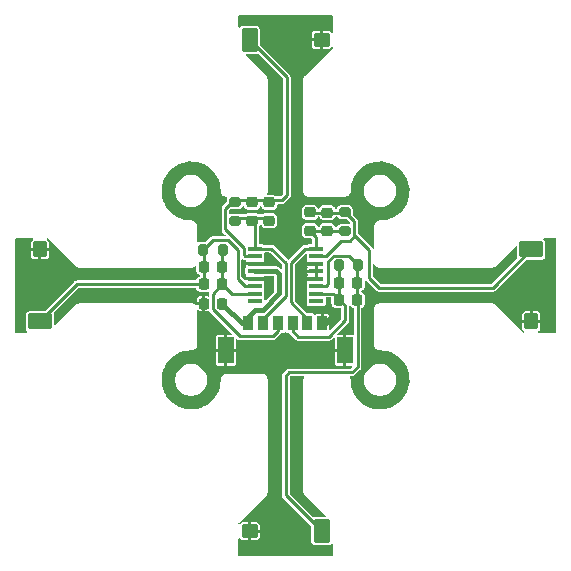
<source format=gbr>
%TF.GenerationSoftware,KiCad,Pcbnew,9.0.1*%
%TF.CreationDate,2025-04-07T22:57:10-07:00*%
%TF.ProjectId,Piramide_Del_Sol,50697261-6d69-4646-955f-44656c5f536f,3.2*%
%TF.SameCoordinates,Original*%
%TF.FileFunction,Copper,L1,Top*%
%TF.FilePolarity,Positive*%
%FSLAX46Y46*%
G04 Gerber Fmt 4.6, Leading zero omitted, Abs format (unit mm)*
G04 Created by KiCad (PCBNEW 9.0.1) date 2025-04-07 22:57:10*
%MOMM*%
%LPD*%
G01*
G04 APERTURE LIST*
G04 Aperture macros list*
%AMRoundRect*
0 Rectangle with rounded corners*
0 $1 Rounding radius*
0 $2 $3 $4 $5 $6 $7 $8 $9 X,Y pos of 4 corners*
0 Add a 4 corners polygon primitive as box body*
4,1,4,$2,$3,$4,$5,$6,$7,$8,$9,$2,$3,0*
0 Add four circle primitives for the rounded corners*
1,1,$1+$1,$2,$3*
1,1,$1+$1,$4,$5*
1,1,$1+$1,$6,$7*
1,1,$1+$1,$8,$9*
0 Add four rect primitives between the rounded corners*
20,1,$1+$1,$2,$3,$4,$5,0*
20,1,$1+$1,$4,$5,$6,$7,0*
20,1,$1+$1,$6,$7,$8,$9,0*
20,1,$1+$1,$8,$9,$2,$3,0*%
G04 Aperture macros list end*
%TA.AperFunction,SMDPad,CuDef*%
%ADD10RoundRect,0.175000X0.825000X-0.525000X0.825000X0.525000X-0.825000X0.525000X-0.825000X-0.525000X0*%
%TD*%
%TA.AperFunction,SMDPad,CuDef*%
%ADD11RoundRect,0.150000X0.450000X-0.550000X0.450000X0.550000X-0.450000X0.550000X-0.450000X-0.550000X0*%
%TD*%
%TA.AperFunction,SMDPad,CuDef*%
%ADD12RoundRect,0.175000X0.525000X0.825000X-0.525000X0.825000X-0.525000X-0.825000X0.525000X-0.825000X0*%
%TD*%
%TA.AperFunction,SMDPad,CuDef*%
%ADD13RoundRect,0.150000X0.550000X0.450000X-0.550000X0.450000X-0.550000X-0.450000X0.550000X-0.450000X0*%
%TD*%
%TA.AperFunction,SMDPad,CuDef*%
%ADD14RoundRect,0.225000X0.225000X0.250000X-0.225000X0.250000X-0.225000X-0.250000X0.225000X-0.250000X0*%
%TD*%
%TA.AperFunction,SMDPad,CuDef*%
%ADD15RoundRect,0.225000X-0.250000X0.225000X-0.250000X-0.225000X0.250000X-0.225000X0.250000X0.225000X0*%
%TD*%
%TA.AperFunction,SMDPad,CuDef*%
%ADD16RoundRect,0.175000X-0.825000X0.525000X-0.825000X-0.525000X0.825000X-0.525000X0.825000X0.525000X0*%
%TD*%
%TA.AperFunction,SMDPad,CuDef*%
%ADD17RoundRect,0.150000X-0.450000X0.550000X-0.450000X-0.550000X0.450000X-0.550000X0.450000X0.550000X0*%
%TD*%
%TA.AperFunction,SMDPad,CuDef*%
%ADD18RoundRect,0.200000X-0.200000X-0.275000X0.200000X-0.275000X0.200000X0.275000X-0.200000X0.275000X0*%
%TD*%
%TA.AperFunction,SMDPad,CuDef*%
%ADD19RoundRect,0.225000X-0.225000X-0.250000X0.225000X-0.250000X0.225000X0.250000X-0.225000X0.250000X0*%
%TD*%
%TA.AperFunction,SMDPad,CuDef*%
%ADD20RoundRect,0.200000X-0.275000X0.200000X-0.275000X-0.200000X0.275000X-0.200000X0.275000X0.200000X0*%
%TD*%
%TA.AperFunction,SMDPad,CuDef*%
%ADD21R,0.838200X1.295400*%
%TD*%
%TA.AperFunction,SMDPad,CuDef*%
%ADD22R,1.397000X2.260600*%
%TD*%
%TA.AperFunction,SMDPad,CuDef*%
%ADD23RoundRect,0.200000X0.200000X0.275000X-0.200000X0.275000X-0.200000X-0.275000X0.200000X-0.275000X0*%
%TD*%
%TA.AperFunction,SMDPad,CuDef*%
%ADD24R,1.200000X0.400000*%
%TD*%
%TA.AperFunction,SMDPad,CuDef*%
%ADD25RoundRect,0.175000X-0.525000X-0.825000X0.525000X-0.825000X0.525000X0.825000X-0.525000X0.825000X0*%
%TD*%
%TA.AperFunction,SMDPad,CuDef*%
%ADD26RoundRect,0.150000X-0.550000X-0.450000X0.550000X-0.450000X0.550000X0.450000X-0.550000X0.450000X0*%
%TD*%
%TA.AperFunction,ViaPad*%
%ADD27C,0.800000*%
%TD*%
%TA.AperFunction,Conductor*%
%ADD28C,0.250000*%
%TD*%
%TA.AperFunction,Conductor*%
%ADD29C,0.500000*%
%TD*%
%TA.AperFunction,Conductor*%
%ADD30C,0.400000*%
%TD*%
G04 APERTURE END LIST*
D10*
%TO.P,D4,1,K*%
%TO.N,/IN4-*%
X158800000Y-94950000D03*
D11*
%TO.P,D4,2,A*%
%TO.N,GND*%
X158800000Y-101050000D03*
%TD*%
D12*
%TO.P,D1,1,K*%
%TO.N,/IN1-*%
X134950000Y-77200000D03*
D13*
%TO.P,D1,2,A*%
%TO.N,GND*%
X141050000Y-77200000D03*
%TD*%
D14*
%TO.P,C5,1*%
%TO.N,/IN3-*%
X144085000Y-99227751D03*
%TO.P,C5,2*%
%TO.N,/OUT3*%
X142535000Y-99227751D03*
%TD*%
D15*
%TO.P,C7,1*%
%TO.N,/IN4-*%
X140080000Y-91820000D03*
%TO.P,C7,2*%
%TO.N,/OUT4*%
X140080000Y-93370000D03*
%TD*%
D16*
%TO.P,D2,1,K*%
%TO.N,/IN2-*%
X117200000Y-101050000D03*
D17*
%TO.P,D2,2,A*%
%TO.N,GND*%
X117200000Y-94950000D03*
%TD*%
D18*
%TO.P,R2,1*%
%TO.N,/IN2-*%
X131045000Y-94960000D03*
%TO.P,R2,2*%
%TO.N,/OUT2*%
X132695000Y-94960000D03*
%TD*%
D19*
%TO.P,C4,1*%
%TO.N,/IN2-*%
X131095000Y-96430000D03*
%TO.P,C4,2*%
%TO.N,/OUT2*%
X132645000Y-96430000D03*
%TD*%
D20*
%TO.P,R4,1*%
%TO.N,/IN4-*%
X143000000Y-91775000D03*
%TO.P,R4,2*%
%TO.N,/OUT4*%
X143000000Y-93425000D03*
%TD*%
D15*
%TO.P,C8,1*%
%TO.N,/IN4-*%
X141540000Y-91825000D03*
%TO.P,C8,2*%
%TO.N,/OUT4*%
X141540000Y-93375000D03*
%TD*%
D21*
%TO.P,J1,1,1*%
%TO.N,+3V3*%
X134849999Y-101205001D03*
%TO.P,J1,2,2*%
%TO.N,/OUT1*%
X136099999Y-101205001D03*
%TO.P,J1,3,3*%
%TO.N,/OUT2*%
X137349999Y-101205001D03*
%TO.P,J1,4,4*%
%TO.N,/OUT3*%
X138599999Y-101205001D03*
%TO.P,J1,5,5*%
%TO.N,/OUT4*%
X139849999Y-101205001D03*
%TO.P,J1,6,6*%
%TO.N,GND*%
X141099999Y-101205001D03*
D22*
%TO.P,J1,7,SHIELD*%
X142999999Y-103499891D03*
%TO.P,J1,8,SHIELD*%
X132949999Y-103499891D03*
%TD*%
D23*
%TO.P,R3,1*%
%TO.N,/IN3-*%
X144135000Y-96300000D03*
%TO.P,R3,2*%
%TO.N,/OUT3*%
X142485000Y-96300000D03*
%TD*%
D14*
%TO.P,C6,1*%
%TO.N,/IN3-*%
X144085000Y-97763800D03*
%TO.P,C6,2*%
%TO.N,/OUT3*%
X142535000Y-97763800D03*
%TD*%
D20*
%TO.P,R1,1*%
%TO.N,/IN1-*%
X133710001Y-90925000D03*
%TO.P,R1,2*%
%TO.N,/OUT1*%
X133710001Y-92575000D03*
%TD*%
D15*
%TO.P,C1,1*%
%TO.N,/IN1-*%
X136630000Y-90975000D03*
%TO.P,C1,2*%
%TO.N,/OUT1*%
X136630000Y-92525000D03*
%TD*%
D19*
%TO.P,C3,1*%
%TO.N,/IN2-*%
X131095000Y-97890000D03*
%TO.P,C3,2*%
%TO.N,/OUT2*%
X132645000Y-97890000D03*
%TD*%
D14*
%TO.P,C9,1*%
%TO.N,+3V3*%
X132625000Y-99550000D03*
%TO.P,C9,2*%
%TO.N,GND*%
X131075000Y-99550000D03*
%TD*%
D24*
%TO.P,U1,1*%
%TO.N,/OUT1*%
X135400000Y-94877500D03*
%TO.P,U1,2,-*%
%TO.N,/IN1-*%
X135400000Y-95512500D03*
%TO.P,U1,3,+*%
%TO.N,GND*%
X135400000Y-96147500D03*
%TO.P,U1,4,V+*%
%TO.N,+3V3*%
X135400000Y-96782500D03*
%TO.P,U1,5,+*%
%TO.N,GND*%
X135400000Y-97417500D03*
%TO.P,U1,6,-*%
%TO.N,/IN2-*%
X135400000Y-98052500D03*
%TO.P,U1,7*%
%TO.N,/OUT2*%
X135400000Y-98687500D03*
%TO.P,U1,8,NC*%
%TO.N,unconnected-(U1E-NC-Pad8)*%
X135400000Y-99322500D03*
%TO.P,U1,9,NC*%
%TO.N,unconnected-(U1E-NC-Pad9)*%
X140600000Y-99322500D03*
%TO.P,U1,10*%
%TO.N,/OUT3*%
X140600000Y-98687500D03*
%TO.P,U1,11,-*%
%TO.N,/IN3-*%
X140600000Y-98052500D03*
%TO.P,U1,12,+*%
%TO.N,GND*%
X140600000Y-97417500D03*
%TO.P,U1,13,V-*%
X140600000Y-96782500D03*
%TO.P,U1,14,+*%
X140600000Y-96147500D03*
%TO.P,U1,15,-*%
%TO.N,/IN4-*%
X140600000Y-95512500D03*
%TO.P,U1,16*%
%TO.N,/OUT4*%
X140600000Y-94877500D03*
%TD*%
D15*
%TO.P,C2,1*%
%TO.N,/IN1-*%
X135170000Y-90975000D03*
%TO.P,C2,2*%
%TO.N,/OUT1*%
X135170000Y-92525000D03*
%TD*%
D25*
%TO.P,D3,1,K*%
%TO.N,/IN3-*%
X141050000Y-118800000D03*
D26*
%TO.P,D3,2,A*%
%TO.N,GND*%
X134950000Y-118800000D03*
%TD*%
D27*
%TO.N,GND*%
X137870000Y-92590000D03*
X122700000Y-96950000D03*
X118550000Y-97700000D03*
X157500000Y-98000000D03*
X116950000Y-98850000D03*
X137100000Y-83100000D03*
X137100000Y-113600000D03*
X139190000Y-97120000D03*
X136200000Y-117150000D03*
X138950000Y-113600000D03*
X158858000Y-96708000D03*
X131840000Y-92560000D03*
X122700000Y-98850000D03*
X138700000Y-118950000D03*
X157500000Y-99650000D03*
X140910000Y-103890000D03*
X136750000Y-76800000D03*
X139800000Y-103880000D03*
X134850000Y-103900000D03*
X158900000Y-98900000D03*
X131940000Y-101800000D03*
X145060000Y-101720000D03*
X138000000Y-117250000D03*
X137350000Y-103860000D03*
X145310000Y-99330000D03*
X139370000Y-99240000D03*
X138670000Y-103890000D03*
X139260000Y-98160000D03*
X116950000Y-96650000D03*
X136640000Y-97770000D03*
X136010000Y-103860000D03*
X153700000Y-99000000D03*
X118650000Y-95850000D03*
X137950000Y-78400000D03*
X153700000Y-97050000D03*
X131150000Y-93480000D03*
X130950000Y-100790000D03*
X138850000Y-76800000D03*
X137038000Y-119088000D03*
X142300000Y-100450000D03*
X136690000Y-95870000D03*
X139850000Y-78500000D03*
X145000000Y-92650000D03*
X138630000Y-91900000D03*
X139000000Y-83100000D03*
%TD*%
D28*
%TO.N,/OUT1*%
X136787500Y-94877500D02*
X135400000Y-94877500D01*
X133760000Y-92285000D02*
X133710000Y-92335000D01*
X135169999Y-92285000D02*
X133760000Y-92285000D01*
X136099999Y-101205001D02*
X136099999Y-100825001D01*
X135400000Y-92515001D02*
X135169999Y-92285000D01*
X138015000Y-96105000D02*
X136787500Y-94877500D01*
X135400000Y-94877500D02*
X135400000Y-92515001D01*
X136099999Y-100825001D02*
X138015000Y-98910000D01*
X135169999Y-92285000D02*
X136629999Y-92285000D01*
X138015000Y-98910000D02*
X138015000Y-96105000D01*
%TO.N,/OUT2*%
X133442500Y-98687500D02*
X132645000Y-97890000D01*
X135400000Y-98687500D02*
X133442500Y-98687500D01*
X134115948Y-102300000D02*
X131850000Y-100034052D01*
X131850000Y-100034052D02*
X131850000Y-98685000D01*
X137349999Y-101205001D02*
X137349999Y-101860001D01*
X131850000Y-98685000D02*
X132645000Y-97890000D01*
X132645000Y-97890000D02*
X132645000Y-95210000D01*
X137349999Y-101860001D02*
X136910000Y-102300000D01*
X136910000Y-102300000D02*
X134115948Y-102300000D01*
X132645000Y-95210000D02*
X132695000Y-95160000D01*
%TO.N,/OUT4*%
X139668095Y-94877500D02*
X140600000Y-94877500D01*
X138465000Y-99420002D02*
X138465000Y-96080595D01*
X140600000Y-93935000D02*
X140040000Y-93375000D01*
X139849999Y-101205001D02*
X139849999Y-100805001D01*
X138465000Y-96080595D02*
X139668095Y-94877500D01*
X139849999Y-100805001D02*
X138465000Y-99420002D01*
X140040000Y-93375000D02*
X141540000Y-93375000D01*
X140600000Y-94877500D02*
X140600000Y-93935000D01*
X142950000Y-93375000D02*
X143000000Y-93425000D01*
X141540000Y-93375000D02*
X142950000Y-93375000D01*
%TO.N,/OUT3*%
X142575000Y-99227751D02*
X142034749Y-98687500D01*
X142485000Y-99177751D02*
X142485000Y-96300000D01*
X141650000Y-102350000D02*
X143050000Y-100950000D01*
X138599999Y-101205001D02*
X138599999Y-101859999D01*
X142575000Y-99227751D02*
X142535000Y-99227751D01*
X138599999Y-101205001D02*
X138599999Y-100968605D01*
X143050000Y-100950000D02*
X143050000Y-99702751D01*
X138599999Y-101859999D02*
X139090000Y-102350000D01*
X142485000Y-96300000D02*
X142525000Y-96300000D01*
X142034749Y-98687500D02*
X140600000Y-98687500D01*
X139090000Y-102350000D02*
X141650000Y-102350000D01*
X143050000Y-99702751D02*
X142575000Y-99227751D01*
X142535000Y-99227751D02*
X142485000Y-99177751D01*
%TO.N,GND*%
X140600000Y-97417500D02*
X139487500Y-97417500D01*
X139190000Y-96480000D02*
X139522500Y-96147500D01*
D29*
X142300000Y-100450000D02*
X141544999Y-101205001D01*
D28*
X136690000Y-95870000D02*
X136720000Y-95870000D01*
X139527500Y-96782500D02*
X139190000Y-97120000D01*
X136287500Y-97417500D02*
X135400000Y-97417500D01*
X136690000Y-95900000D02*
X136690000Y-95870000D01*
D29*
X141544999Y-101205001D02*
X141099999Y-101205001D01*
D28*
X136442500Y-96147500D02*
X136690000Y-95900000D01*
X140600000Y-96782500D02*
X139527500Y-96782500D01*
X140600000Y-97417500D02*
X140600000Y-96147500D01*
X136720000Y-95870000D02*
X136700000Y-95890000D01*
X135400000Y-96147500D02*
X136442500Y-96147500D01*
X139522500Y-96147500D02*
X140600000Y-96147500D01*
X139487500Y-97417500D02*
X139190000Y-97120000D01*
X139190000Y-97120000D02*
X139190000Y-96480000D01*
X136640000Y-97770000D02*
X136287500Y-97417500D01*
D30*
%TO.N,+3V3*%
X137460000Y-97060000D02*
X137460000Y-98665000D01*
X137460000Y-98665000D02*
X136075000Y-100050000D01*
X134280001Y-101205001D02*
X132625000Y-99550000D01*
X137182500Y-96782500D02*
X137460000Y-97060000D01*
X134849999Y-100655001D02*
X134849999Y-101205001D01*
X136075000Y-100050000D02*
X135455000Y-100050000D01*
X135455000Y-100050000D02*
X134849999Y-100655001D01*
X134849999Y-101205001D02*
X134280001Y-101205001D01*
X135400000Y-96782500D02*
X137182500Y-96782500D01*
D28*
%TO.N,/IN1-*%
X135170000Y-90765000D02*
X133760001Y-90765000D01*
X135400000Y-95512500D02*
X134585000Y-95512500D01*
X136630000Y-90765000D02*
X135170000Y-90765000D01*
X132910001Y-93240001D02*
X132910001Y-91484999D01*
X138108028Y-80358028D02*
X134950000Y-77200000D01*
X134475000Y-95402500D02*
X134475000Y-94805000D01*
X134475000Y-94805000D02*
X132910001Y-93240001D01*
X133760001Y-90765000D02*
X133710001Y-90715000D01*
X136630000Y-90765000D02*
X137705000Y-90765000D01*
X138108028Y-90361972D02*
X138108028Y-80358028D01*
X137705000Y-90765000D02*
X138108028Y-90361972D01*
X134585000Y-95512500D02*
X134475000Y-95402500D01*
X132910001Y-91484999D02*
X133710000Y-90685000D01*
%TO.N,/IN2-*%
X131085000Y-97900000D02*
X120350000Y-97900000D01*
X131095000Y-97890000D02*
X131085000Y-97900000D01*
X131095000Y-95010000D02*
X131045000Y-94960000D01*
X133118004Y-94160000D02*
X131845000Y-94160000D01*
X131095000Y-96430000D02*
X131095000Y-95010000D01*
X134585000Y-98052500D02*
X133944204Y-97411704D01*
X135400000Y-98052500D02*
X134585000Y-98052500D01*
X131095000Y-97890000D02*
X131095000Y-96430000D01*
X133944204Y-94986200D02*
X133118004Y-94160000D01*
X131845000Y-94160000D02*
X131045000Y-94960000D01*
X120350000Y-97900000D02*
X117200000Y-101050000D01*
X133944204Y-97411704D02*
X133944204Y-94986200D01*
%TO.N,/IN3-*%
X143365000Y-95490000D02*
X144175000Y-96300000D01*
X138300000Y-105360000D02*
X138018000Y-105642000D01*
X144085000Y-99227751D02*
X144100000Y-99242751D01*
X143615000Y-105360000D02*
X138300000Y-105360000D01*
X138018000Y-105642000D02*
X138018000Y-115768000D01*
X144085000Y-96350000D02*
X144135000Y-96300000D01*
X144100000Y-104875000D02*
X143615000Y-105360000D01*
X144085000Y-99227751D02*
X144085000Y-97763800D01*
X144100000Y-99242751D02*
X144100000Y-104875000D01*
X140600000Y-98052500D02*
X141415000Y-98052500D01*
X141601396Y-97866104D02*
X141601396Y-95962500D01*
X142073896Y-95490000D02*
X143365000Y-95490000D01*
X138018000Y-115768000D02*
X141050000Y-118800000D01*
X141601396Y-95962500D02*
X142073896Y-95490000D01*
X144085000Y-97763800D02*
X144085000Y-96350000D01*
X141415000Y-98052500D02*
X141601396Y-97866104D01*
%TO.N,/IN4-*%
X142727500Y-94200000D02*
X143448004Y-94200000D01*
X140600000Y-95512500D02*
X141415000Y-95512500D01*
X143800000Y-93848004D02*
X143800000Y-92575000D01*
X143448004Y-94200000D02*
X143800000Y-93848004D01*
X158800000Y-94950000D02*
X155562000Y-98188000D01*
X145090000Y-97350000D02*
X145090000Y-95040000D01*
X143800000Y-92575000D02*
X143000000Y-91775000D01*
X140040000Y-91825000D02*
X141540000Y-91825000D01*
X141540000Y-91825000D02*
X142950000Y-91825000D01*
X141415000Y-95512500D02*
X142727500Y-94200000D01*
X145928000Y-98188000D02*
X145090000Y-97350000D01*
X145090000Y-95040000D02*
X143800000Y-93750000D01*
X142950000Y-91825000D02*
X143000000Y-91775000D01*
X143800000Y-93750000D02*
X143800000Y-92575000D01*
X155562000Y-98188000D02*
X145928000Y-98188000D01*
%TD*%
%TA.AperFunction,Conductor*%
%TO.N,GND*%
G36*
X130438508Y-98243093D02*
G01*
X130455817Y-98268758D01*
X130457594Y-98267853D01*
X130521473Y-98393222D01*
X130616777Y-98488526D01*
X130616779Y-98488527D01*
X130616780Y-98488528D01*
X130736872Y-98549718D01*
X130736874Y-98549719D01*
X130836512Y-98565500D01*
X130836516Y-98565500D01*
X131353484Y-98565500D01*
X131353488Y-98565500D01*
X131439157Y-98551931D01*
X131489649Y-98561746D01*
X131522022Y-98601722D01*
X131523257Y-98637014D01*
X131525143Y-98637263D01*
X131524500Y-98642145D01*
X131524500Y-98869198D01*
X131506907Y-98917536D01*
X131462358Y-98943256D01*
X131416275Y-98936758D01*
X131409178Y-98933289D01*
X131409174Y-98933287D01*
X131335825Y-98922600D01*
X131200000Y-98922600D01*
X131200000Y-100177399D01*
X131335811Y-100177399D01*
X131335815Y-100177398D01*
X131409173Y-100166712D01*
X131409178Y-100166710D01*
X131456515Y-100143568D01*
X131507668Y-100138143D01*
X131550341Y-100166867D01*
X131554669Y-100173526D01*
X131589534Y-100233914D01*
X133444438Y-102088817D01*
X133466178Y-102135437D01*
X133452864Y-102185124D01*
X133410727Y-102214629D01*
X133391264Y-102217191D01*
X133074999Y-102217191D01*
X133074999Y-103374891D01*
X133800899Y-103374891D01*
X133800899Y-102624211D01*
X133818492Y-102575873D01*
X133863041Y-102550153D01*
X133913699Y-102559086D01*
X133913700Y-102559086D01*
X133916082Y-102560461D01*
X133916086Y-102560465D01*
X133990310Y-102603318D01*
X134073095Y-102625500D01*
X134073098Y-102625500D01*
X136952851Y-102625500D01*
X136952853Y-102625500D01*
X137035639Y-102603318D01*
X137109862Y-102560465D01*
X137549858Y-102120467D01*
X137549861Y-102120466D01*
X137595102Y-102075225D01*
X137624093Y-102061707D01*
X137641721Y-102053487D01*
X137648275Y-102053201D01*
X137788848Y-102053201D01*
X137808341Y-102049323D01*
X137847330Y-102041568D01*
X137913651Y-101997253D01*
X137913653Y-101997249D01*
X137918888Y-101992016D01*
X137920212Y-101993340D01*
X137953952Y-101968599D01*
X138005282Y-101971961D01*
X138030230Y-101992895D01*
X138031110Y-101992016D01*
X138036344Y-101997250D01*
X138036345Y-101997251D01*
X138036347Y-101997253D01*
X138102668Y-102041568D01*
X138131909Y-102047384D01*
X138161150Y-102053201D01*
X138161151Y-102053201D01*
X138301725Y-102053201D01*
X138350063Y-102070794D01*
X138354899Y-102075227D01*
X138890137Y-102610465D01*
X138890136Y-102610465D01*
X138964353Y-102653314D01*
X138964356Y-102653315D01*
X138964361Y-102653318D01*
X139047147Y-102675500D01*
X139047149Y-102675500D01*
X141692851Y-102675500D01*
X141692853Y-102675500D01*
X141775639Y-102653318D01*
X141849862Y-102610465D01*
X142020725Y-102439601D01*
X142067345Y-102417862D01*
X142117032Y-102431176D01*
X142146537Y-102473313D01*
X142149099Y-102492776D01*
X142149099Y-103374891D01*
X142874999Y-103374891D01*
X142874999Y-102217191D01*
X142424683Y-102217191D01*
X142376345Y-102199598D01*
X142350625Y-102155049D01*
X142359558Y-102104391D01*
X142371505Y-102088821D01*
X143310465Y-101149862D01*
X143353318Y-101075639D01*
X143375500Y-100992853D01*
X143375500Y-100907147D01*
X143375500Y-99775263D01*
X143393093Y-99726925D01*
X143437642Y-99701205D01*
X143488300Y-99710138D01*
X143507051Y-99727022D01*
X143507287Y-99726787D01*
X143606777Y-99826277D01*
X143606779Y-99826278D01*
X143606780Y-99826279D01*
X143656032Y-99851374D01*
X143732147Y-99890157D01*
X143730902Y-99892598D01*
X143763070Y-99917726D01*
X143774500Y-99957581D01*
X143774500Y-102141991D01*
X143756907Y-102190329D01*
X143712358Y-102216049D01*
X143699300Y-102217191D01*
X143124999Y-102217191D01*
X143124999Y-104782591D01*
X143550533Y-104782591D01*
X143571805Y-104790333D01*
X143593666Y-104796191D01*
X143595638Y-104799007D01*
X143598871Y-104800184D01*
X143610190Y-104819789D01*
X143623171Y-104838328D01*
X143622871Y-104841754D01*
X143624591Y-104844733D01*
X143620659Y-104867026D01*
X143618687Y-104889572D01*
X143616009Y-104893395D01*
X143615658Y-104895391D01*
X143603707Y-104910965D01*
X143502198Y-105012474D01*
X143455578Y-105034214D01*
X143449024Y-105034500D01*
X138342853Y-105034500D01*
X138257147Y-105034500D01*
X138174361Y-105056682D01*
X138174353Y-105056685D01*
X138100137Y-105099534D01*
X137757534Y-105442137D01*
X137714682Y-105516361D01*
X137714681Y-105516361D01*
X137714682Y-105516362D01*
X137692500Y-105599147D01*
X137692500Y-115725147D01*
X137692500Y-115810853D01*
X137714682Y-115893638D01*
X137714685Y-115893646D01*
X137757534Y-115967862D01*
X140127474Y-118337800D01*
X140149214Y-118384420D01*
X140149500Y-118390974D01*
X140149500Y-119660646D01*
X140160133Y-119733624D01*
X140215175Y-119846213D01*
X140303786Y-119934824D01*
X140303787Y-119934824D01*
X140303789Y-119934826D01*
X140416375Y-119989866D01*
X140489353Y-120000499D01*
X140489361Y-120000499D01*
X140489364Y-120000500D01*
X140489366Y-120000500D01*
X141610634Y-120000500D01*
X141610636Y-120000500D01*
X141610638Y-120000499D01*
X141610646Y-120000499D01*
X141665980Y-119992436D01*
X141683625Y-119989866D01*
X141796211Y-119934826D01*
X141817951Y-119913086D01*
X141871126Y-119859912D01*
X141917746Y-119838172D01*
X141967433Y-119851486D01*
X141996938Y-119893623D01*
X141999500Y-119913086D01*
X141999500Y-120824300D01*
X141981907Y-120872638D01*
X141937358Y-120898358D01*
X141924300Y-120899500D01*
X134075700Y-120899500D01*
X134027362Y-120881907D01*
X134001642Y-120837358D01*
X134000500Y-120824300D01*
X134000500Y-119450367D01*
X134018093Y-119402029D01*
X134062642Y-119376309D01*
X134113300Y-119385242D01*
X134144493Y-119419994D01*
X134146197Y-119423854D01*
X134146201Y-119423860D01*
X134226139Y-119503798D01*
X134226142Y-119503800D01*
X134329567Y-119549467D01*
X134354850Y-119552400D01*
X134825000Y-119552400D01*
X135075000Y-119552400D01*
X135545150Y-119552400D01*
X135570432Y-119549467D01*
X135673857Y-119503800D01*
X135673860Y-119503798D01*
X135753798Y-119423860D01*
X135753800Y-119423857D01*
X135799467Y-119320432D01*
X135802400Y-119295150D01*
X135802400Y-118925000D01*
X135075000Y-118925000D01*
X135075000Y-119552400D01*
X134825000Y-119552400D01*
X134825000Y-118675000D01*
X135075000Y-118675000D01*
X135802400Y-118675000D01*
X135802400Y-118304849D01*
X135799467Y-118279567D01*
X135753800Y-118176142D01*
X135753798Y-118176139D01*
X135673860Y-118096201D01*
X135673857Y-118096199D01*
X135570432Y-118050532D01*
X135545150Y-118047600D01*
X135075000Y-118047600D01*
X135075000Y-118675000D01*
X134825000Y-118675000D01*
X134825000Y-118047600D01*
X134354850Y-118047600D01*
X134329567Y-118050532D01*
X134226142Y-118096199D01*
X134226139Y-118096201D01*
X134146201Y-118176139D01*
X134146196Y-118176146D01*
X134144492Y-118180007D01*
X134108873Y-118217120D01*
X134057732Y-118222654D01*
X134014998Y-118194020D01*
X134000500Y-118149632D01*
X134000500Y-118138462D01*
X134018093Y-118090124D01*
X134022526Y-118085288D01*
X136400500Y-115707314D01*
X136466391Y-115593188D01*
X136466392Y-115593186D01*
X136500500Y-115465892D01*
X136500500Y-115334107D01*
X136500500Y-105934108D01*
X136466392Y-105806814D01*
X136466391Y-105806813D01*
X136466391Y-105806811D01*
X136400500Y-105692685D01*
X136307314Y-105599499D01*
X136193188Y-105533608D01*
X136128822Y-105516362D01*
X136065892Y-105499500D01*
X133065892Y-105499500D01*
X132934108Y-105499500D01*
X132871181Y-105516361D01*
X132806811Y-105533608D01*
X132692685Y-105599499D01*
X132599499Y-105692685D01*
X132533608Y-105806811D01*
X132513143Y-105883190D01*
X132499500Y-105934108D01*
X132499500Y-105934110D01*
X132499500Y-105997675D01*
X132499355Y-106002335D01*
X132480594Y-106304504D01*
X132479442Y-106313752D01*
X132423879Y-106609005D01*
X132421591Y-106618039D01*
X132329935Y-106904143D01*
X132326547Y-106912825D01*
X132200208Y-107185394D01*
X132195772Y-107193591D01*
X132036686Y-107448442D01*
X132031271Y-107456026D01*
X131841886Y-107689239D01*
X131835574Y-107696096D01*
X131618791Y-107904098D01*
X131611680Y-107910121D01*
X131370844Y-108089704D01*
X131363041Y-108094802D01*
X131101832Y-108243221D01*
X131093460Y-108247314D01*
X130815898Y-108362283D01*
X130807083Y-108365309D01*
X130517433Y-108445064D01*
X130508312Y-108446976D01*
X130211030Y-108490289D01*
X130201742Y-108491059D01*
X129901377Y-108497268D01*
X129892065Y-108496883D01*
X129593238Y-108465891D01*
X129584046Y-108464357D01*
X129291351Y-108396641D01*
X129282419Y-108393982D01*
X129000344Y-108290581D01*
X128991809Y-108286837D01*
X128724697Y-108149343D01*
X128716691Y-108144573D01*
X128468623Y-107975086D01*
X128461269Y-107969361D01*
X128387366Y-107904098D01*
X128236085Y-107770502D01*
X128229496Y-107763913D01*
X128030638Y-107538730D01*
X128024913Y-107531376D01*
X127901333Y-107350500D01*
X127855425Y-107283306D01*
X127850656Y-107275302D01*
X127838433Y-107251557D01*
X127713160Y-107008187D01*
X127709418Y-106999655D01*
X127606015Y-106717575D01*
X127603358Y-106708648D01*
X127535640Y-106415946D01*
X127534108Y-106406761D01*
X127524720Y-106316243D01*
X127503115Y-106107927D01*
X127502731Y-106098630D01*
X127506967Y-105893710D01*
X128649500Y-105893710D01*
X128649500Y-106106289D01*
X128682752Y-106316235D01*
X128682755Y-106316247D01*
X128713673Y-106411404D01*
X128748443Y-106518412D01*
X128837735Y-106693657D01*
X128844951Y-106707820D01*
X128969889Y-106879784D01*
X128969900Y-106879797D01*
X129120202Y-107030099D01*
X129120215Y-107030110D01*
X129292179Y-107155048D01*
X129292181Y-107155049D01*
X129292184Y-107155051D01*
X129481588Y-107251557D01*
X129683757Y-107317246D01*
X129893713Y-107350500D01*
X129893717Y-107350500D01*
X130106283Y-107350500D01*
X130106287Y-107350500D01*
X130316243Y-107317246D01*
X130518412Y-107251557D01*
X130707816Y-107155051D01*
X130879792Y-107030104D01*
X131030104Y-106879792D01*
X131155051Y-106707816D01*
X131251557Y-106518412D01*
X131317246Y-106316243D01*
X131350500Y-106106287D01*
X131350500Y-105893713D01*
X131317246Y-105683757D01*
X131251557Y-105481588D01*
X131155051Y-105292184D01*
X131155049Y-105292181D01*
X131155048Y-105292179D01*
X131030110Y-105120215D01*
X131030099Y-105120202D01*
X130879797Y-104969900D01*
X130879784Y-104969889D01*
X130707820Y-104844951D01*
X130673623Y-104827527D01*
X130518412Y-104748443D01*
X130518405Y-104748440D01*
X130518401Y-104748439D01*
X130316247Y-104682755D01*
X130316235Y-104682752D01*
X130106289Y-104649500D01*
X130106287Y-104649500D01*
X129893713Y-104649500D01*
X129893710Y-104649500D01*
X129683764Y-104682752D01*
X129683752Y-104682755D01*
X129481598Y-104748439D01*
X129481590Y-104748442D01*
X129481588Y-104748443D01*
X129481584Y-104748444D01*
X129481584Y-104748445D01*
X129292179Y-104844951D01*
X129120215Y-104969889D01*
X129120202Y-104969900D01*
X128969900Y-105120202D01*
X128969889Y-105120215D01*
X128844951Y-105292179D01*
X128748445Y-105481584D01*
X128748439Y-105481598D01*
X128682755Y-105683752D01*
X128682752Y-105683764D01*
X128649500Y-105893710D01*
X127506967Y-105893710D01*
X127508940Y-105798247D01*
X127509709Y-105788980D01*
X127553024Y-105491679D01*
X127554933Y-105482573D01*
X127634691Y-105192910D01*
X127637713Y-105184108D01*
X127752693Y-104906521D01*
X127756769Y-104898185D01*
X127900512Y-104645203D01*
X132099099Y-104645203D01*
X132107940Y-104689653D01*
X132107941Y-104689655D01*
X132141625Y-104740064D01*
X132192034Y-104773748D01*
X132192036Y-104773749D01*
X132236486Y-104782591D01*
X132824999Y-104782591D01*
X133074999Y-104782591D01*
X133663512Y-104782591D01*
X133707961Y-104773749D01*
X133707963Y-104773748D01*
X133758372Y-104740064D01*
X133792056Y-104689655D01*
X133792057Y-104689653D01*
X133800899Y-104645203D01*
X142149099Y-104645203D01*
X142157940Y-104689653D01*
X142157941Y-104689655D01*
X142191625Y-104740064D01*
X142242034Y-104773748D01*
X142242036Y-104773749D01*
X142286486Y-104782591D01*
X142874999Y-104782591D01*
X142874999Y-103624891D01*
X142149099Y-103624891D01*
X142149099Y-104645203D01*
X133800899Y-104645203D01*
X133800899Y-103624891D01*
X133074999Y-103624891D01*
X133074999Y-104782591D01*
X132824999Y-104782591D01*
X132824999Y-103624891D01*
X132099099Y-103624891D01*
X132099099Y-104645203D01*
X127900512Y-104645203D01*
X127905204Y-104636946D01*
X127910282Y-104629173D01*
X128089888Y-104388306D01*
X128095896Y-104381213D01*
X128303914Y-104164414D01*
X128310748Y-104158123D01*
X128543980Y-103968722D01*
X128551549Y-103963318D01*
X128806415Y-103804223D01*
X128814597Y-103799794D01*
X129087179Y-103673450D01*
X129095851Y-103670065D01*
X129381978Y-103578403D01*
X129390976Y-103576124D01*
X129686254Y-103520556D01*
X129695489Y-103519405D01*
X129997665Y-103500645D01*
X130002325Y-103500500D01*
X130065889Y-103500500D01*
X130065892Y-103500500D01*
X130193186Y-103466392D01*
X130307314Y-103400500D01*
X130400500Y-103307314D01*
X130466392Y-103193186D01*
X130500500Y-103065892D01*
X130500500Y-102934108D01*
X130500500Y-102354578D01*
X132099099Y-102354578D01*
X132099099Y-103374891D01*
X132824999Y-103374891D01*
X132824999Y-102217191D01*
X132236486Y-102217191D01*
X132192036Y-102226032D01*
X132192034Y-102226033D01*
X132141625Y-102259717D01*
X132107941Y-102310126D01*
X132107940Y-102310128D01*
X132099099Y-102354578D01*
X130500500Y-102354578D01*
X130500500Y-100165772D01*
X130518093Y-100117434D01*
X130562642Y-100091714D01*
X130613300Y-100100647D01*
X130622593Y-100107778D01*
X130622598Y-100107772D01*
X130627667Y-100111391D01*
X130740825Y-100166712D01*
X130814180Y-100177399D01*
X130950000Y-100177399D01*
X130950000Y-99675000D01*
X130463121Y-99675000D01*
X130434258Y-99688458D01*
X130384572Y-99675143D01*
X130374533Y-99666718D01*
X130307314Y-99599499D01*
X130193188Y-99533608D01*
X130134980Y-99518012D01*
X130065892Y-99499500D01*
X120665893Y-99499500D01*
X120534108Y-99499500D01*
X120481747Y-99513530D01*
X120406811Y-99533608D01*
X120292685Y-99599499D01*
X118528874Y-101363311D01*
X118482254Y-101385051D01*
X118432567Y-101371737D01*
X118403062Y-101329600D01*
X118400500Y-101310137D01*
X118400500Y-100489365D01*
X118400499Y-100489353D01*
X118389866Y-100416375D01*
X118381953Y-100400189D01*
X118376529Y-100349036D01*
X118396336Y-100313989D01*
X119446152Y-99264174D01*
X130472600Y-99264174D01*
X130472600Y-99425000D01*
X130950000Y-99425000D01*
X130950000Y-98922600D01*
X130814189Y-98922600D01*
X130814184Y-98922601D01*
X130740826Y-98933287D01*
X130740824Y-98933288D01*
X130627667Y-98988608D01*
X130538608Y-99077667D01*
X130483287Y-99190825D01*
X130472600Y-99264174D01*
X119446152Y-99264174D01*
X120462800Y-98247526D01*
X120509420Y-98225786D01*
X120515974Y-98225500D01*
X130390170Y-98225500D01*
X130438508Y-98243093D01*
G37*
%TD.AperFunction*%
%TA.AperFunction,Conductor*%
G36*
X139485858Y-105690035D02*
G01*
X139499117Y-105690035D01*
X139509274Y-105698557D01*
X139521736Y-105703093D01*
X139528366Y-105714576D01*
X139538523Y-105723099D01*
X139540825Y-105736158D01*
X139547456Y-105747642D01*
X139545153Y-105760700D01*
X139547456Y-105773757D01*
X139538524Y-105798299D01*
X139533608Y-105806813D01*
X139533608Y-105806814D01*
X139499500Y-105934108D01*
X139499500Y-115334107D01*
X139499500Y-115334108D01*
X139499500Y-115465892D01*
X139519964Y-115542268D01*
X139533608Y-115593188D01*
X139599499Y-115707314D01*
X141363312Y-117471126D01*
X141385052Y-117517746D01*
X141371738Y-117567433D01*
X141329601Y-117596938D01*
X141310138Y-117599500D01*
X140489353Y-117599500D01*
X140416375Y-117610133D01*
X140400185Y-117618048D01*
X140349032Y-117623469D01*
X140313987Y-117603661D01*
X138365526Y-115655199D01*
X138343786Y-115608579D01*
X138343500Y-115602025D01*
X138343500Y-105807975D01*
X138361093Y-105759637D01*
X138365526Y-105754801D01*
X138412801Y-105707526D01*
X138459421Y-105685786D01*
X138465975Y-105685500D01*
X139473398Y-105685500D01*
X139485858Y-105690035D01*
G37*
%TD.AperFunction*%
%TA.AperFunction,Conductor*%
G36*
X160872638Y-94018093D02*
G01*
X160898358Y-94062642D01*
X160899500Y-94075700D01*
X160899500Y-101924300D01*
X160881907Y-101972638D01*
X160837358Y-101998358D01*
X160824300Y-101999500D01*
X159450368Y-101999500D01*
X159402030Y-101981907D01*
X159376310Y-101937358D01*
X159385243Y-101886700D01*
X159419993Y-101855508D01*
X159423853Y-101853803D01*
X159423860Y-101853798D01*
X159503798Y-101773860D01*
X159503800Y-101773857D01*
X159549467Y-101670432D01*
X159552400Y-101645150D01*
X159552400Y-101175000D01*
X158047600Y-101175000D01*
X158047600Y-101645150D01*
X158050532Y-101670432D01*
X158096199Y-101773857D01*
X158096201Y-101773860D01*
X158176139Y-101853798D01*
X158176146Y-101853803D01*
X158180007Y-101855508D01*
X158217120Y-101891127D01*
X158222654Y-101942268D01*
X158194020Y-101985002D01*
X158149632Y-101999500D01*
X158138462Y-101999500D01*
X158090124Y-101981907D01*
X158085288Y-101977474D01*
X156613665Y-100505850D01*
X156562664Y-100454849D01*
X158047600Y-100454849D01*
X158047600Y-100925000D01*
X158675000Y-100925000D01*
X158925000Y-100925000D01*
X159552400Y-100925000D01*
X159552400Y-100454849D01*
X159549467Y-100429567D01*
X159503800Y-100326142D01*
X159503798Y-100326139D01*
X159423860Y-100246201D01*
X159423857Y-100246199D01*
X159320432Y-100200532D01*
X159295150Y-100197600D01*
X158925000Y-100197600D01*
X158925000Y-100925000D01*
X158675000Y-100925000D01*
X158675000Y-100197600D01*
X158304850Y-100197600D01*
X158279567Y-100200532D01*
X158176142Y-100246199D01*
X158176139Y-100246201D01*
X158096201Y-100326139D01*
X158096199Y-100326142D01*
X158050532Y-100429567D01*
X158047600Y-100454849D01*
X156562664Y-100454849D01*
X155707314Y-99599499D01*
X155593188Y-99533608D01*
X155534980Y-99518012D01*
X155465892Y-99499500D01*
X146065892Y-99499500D01*
X145934108Y-99499500D01*
X145881747Y-99513530D01*
X145806811Y-99533608D01*
X145692685Y-99599499D01*
X145599499Y-99692685D01*
X145533608Y-99806811D01*
X145528392Y-99826279D01*
X145499500Y-99934108D01*
X145499500Y-102934108D01*
X145499500Y-103065892D01*
X145519964Y-103142268D01*
X145533608Y-103193188D01*
X145599499Y-103307314D01*
X145692685Y-103400500D01*
X145806811Y-103466391D01*
X145806813Y-103466391D01*
X145806814Y-103466392D01*
X145934108Y-103500500D01*
X145997675Y-103500500D01*
X146002335Y-103500645D01*
X146304508Y-103519405D01*
X146313747Y-103520556D01*
X146609019Y-103576123D01*
X146618024Y-103578404D01*
X146904143Y-103670064D01*
X146912825Y-103673452D01*
X147185394Y-103799791D01*
X147193591Y-103804227D01*
X147448442Y-103963313D01*
X147456026Y-103968728D01*
X147689242Y-104158116D01*
X147696096Y-104164425D01*
X147904098Y-104381208D01*
X147910119Y-104388316D01*
X148089709Y-104629163D01*
X148094802Y-104636958D01*
X148241643Y-104895391D01*
X148243221Y-104898167D01*
X148247314Y-104906539D01*
X148362283Y-105184101D01*
X148365309Y-105192916D01*
X148445064Y-105482566D01*
X148446976Y-105491687D01*
X148490289Y-105788969D01*
X148491059Y-105798257D01*
X148497268Y-106098622D01*
X148496883Y-106107934D01*
X148465891Y-106406761D01*
X148464357Y-106415953D01*
X148396641Y-106708648D01*
X148393982Y-106717580D01*
X148290581Y-106999655D01*
X148286837Y-107008190D01*
X148149343Y-107275302D01*
X148144573Y-107283308D01*
X147975086Y-107531376D01*
X147969361Y-107538730D01*
X147770503Y-107763913D01*
X147763913Y-107770503D01*
X147538730Y-107969361D01*
X147531376Y-107975086D01*
X147283308Y-108144573D01*
X147275302Y-108149343D01*
X147008190Y-108286837D01*
X146999655Y-108290581D01*
X146717580Y-108393982D01*
X146708648Y-108396641D01*
X146415953Y-108464357D01*
X146406761Y-108465891D01*
X146107934Y-108496883D01*
X146098622Y-108497268D01*
X145798257Y-108491059D01*
X145788969Y-108490289D01*
X145491687Y-108446976D01*
X145482566Y-108445064D01*
X145192916Y-108365309D01*
X145184101Y-108362283D01*
X145001957Y-108286837D01*
X144906534Y-108247311D01*
X144898172Y-108243223D01*
X144636958Y-108094802D01*
X144629163Y-108089709D01*
X144388316Y-107910119D01*
X144381208Y-107904098D01*
X144164425Y-107696096D01*
X144158113Y-107689239D01*
X143968728Y-107456026D01*
X143963313Y-107448442D01*
X143804227Y-107193591D01*
X143799791Y-107185394D01*
X143673452Y-106912825D01*
X143670064Y-106904143D01*
X143610297Y-106717580D01*
X143578404Y-106618024D01*
X143576123Y-106609019D01*
X143520556Y-106313747D01*
X143519405Y-106304504D01*
X143507098Y-106106282D01*
X143500500Y-106000000D01*
X143500500Y-105934108D01*
X143489675Y-105893710D01*
X144649500Y-105893710D01*
X144649500Y-106106289D01*
X144682752Y-106316235D01*
X144682755Y-106316247D01*
X144713673Y-106411404D01*
X144748443Y-106518412D01*
X144837735Y-106693657D01*
X144844951Y-106707820D01*
X144969889Y-106879784D01*
X144969900Y-106879797D01*
X145120202Y-107030099D01*
X145120215Y-107030110D01*
X145292179Y-107155048D01*
X145292181Y-107155049D01*
X145292184Y-107155051D01*
X145481588Y-107251557D01*
X145683757Y-107317246D01*
X145893713Y-107350500D01*
X145893717Y-107350500D01*
X146106283Y-107350500D01*
X146106287Y-107350500D01*
X146316243Y-107317246D01*
X146518412Y-107251557D01*
X146707816Y-107155051D01*
X146879792Y-107030104D01*
X147030104Y-106879792D01*
X147155051Y-106707816D01*
X147251557Y-106518412D01*
X147317246Y-106316243D01*
X147350500Y-106106287D01*
X147350500Y-105893713D01*
X147317246Y-105683757D01*
X147251557Y-105481588D01*
X147155051Y-105292184D01*
X147155049Y-105292181D01*
X147155048Y-105292179D01*
X147030110Y-105120215D01*
X147030099Y-105120202D01*
X146879797Y-104969900D01*
X146879784Y-104969889D01*
X146707820Y-104844951D01*
X146673623Y-104827527D01*
X146518412Y-104748443D01*
X146518405Y-104748440D01*
X146518401Y-104748439D01*
X146316247Y-104682755D01*
X146316235Y-104682752D01*
X146106289Y-104649500D01*
X146106287Y-104649500D01*
X145893713Y-104649500D01*
X145893710Y-104649500D01*
X145683764Y-104682752D01*
X145683752Y-104682755D01*
X145481598Y-104748439D01*
X145481590Y-104748442D01*
X145481588Y-104748443D01*
X145481584Y-104748444D01*
X145481584Y-104748445D01*
X145292179Y-104844951D01*
X145120215Y-104969889D01*
X145120202Y-104969900D01*
X144969900Y-105120202D01*
X144969889Y-105120215D01*
X144844951Y-105292179D01*
X144748445Y-105481584D01*
X144748439Y-105481598D01*
X144682755Y-105683752D01*
X144682752Y-105683764D01*
X144649500Y-105893710D01*
X143489675Y-105893710D01*
X143466392Y-105806814D01*
X143461476Y-105798299D01*
X143452545Y-105747640D01*
X143478265Y-105703093D01*
X143526602Y-105685500D01*
X143657851Y-105685500D01*
X143657853Y-105685500D01*
X143740639Y-105663318D01*
X143814862Y-105620465D01*
X144293668Y-105141656D01*
X144293678Y-105141649D01*
X144360461Y-105074866D01*
X144360465Y-105074862D01*
X144403318Y-105000638D01*
X144425501Y-104917852D01*
X144425501Y-104832147D01*
X144425501Y-104827545D01*
X144425500Y-104827527D01*
X144425500Y-99942533D01*
X144443093Y-99894195D01*
X144466557Y-99875531D01*
X144563220Y-99826279D01*
X144658528Y-99730971D01*
X144719719Y-99610877D01*
X144735500Y-99511239D01*
X144735500Y-98944263D01*
X144719719Y-98844625D01*
X144658528Y-98724531D01*
X144658527Y-98724530D01*
X144658526Y-98724528D01*
X144563222Y-98629224D01*
X144509246Y-98601722D01*
X144451558Y-98572328D01*
X144450143Y-98570811D01*
X144448100Y-98570451D01*
X144432757Y-98552166D01*
X144416478Y-98534709D01*
X144415956Y-98532143D01*
X144415035Y-98531046D01*
X144410500Y-98505326D01*
X144410500Y-98486225D01*
X144428093Y-98437887D01*
X144451557Y-98419222D01*
X144563220Y-98362328D01*
X144658528Y-98267020D01*
X144719719Y-98146926D01*
X144735500Y-98047288D01*
X144735500Y-97637376D01*
X144753093Y-97589038D01*
X144797642Y-97563318D01*
X144848300Y-97572251D01*
X144863874Y-97584202D01*
X145728137Y-98448465D01*
X145728136Y-98448465D01*
X145802353Y-98491314D01*
X145802356Y-98491315D01*
X145802361Y-98491318D01*
X145885147Y-98513500D01*
X145885149Y-98513500D01*
X155604851Y-98513500D01*
X155604853Y-98513500D01*
X155687639Y-98491318D01*
X155761862Y-98448465D01*
X158337800Y-95872525D01*
X158384420Y-95850786D01*
X158390974Y-95850500D01*
X159660634Y-95850500D01*
X159660636Y-95850500D01*
X159660638Y-95850499D01*
X159660646Y-95850499D01*
X159715980Y-95842436D01*
X159733625Y-95839866D01*
X159846211Y-95784826D01*
X159934826Y-95696211D01*
X159989866Y-95583625D01*
X160000500Y-95510636D01*
X160000500Y-94389364D01*
X160000499Y-94389362D01*
X160000499Y-94389353D01*
X159989866Y-94316375D01*
X159981544Y-94299352D01*
X159934826Y-94203789D01*
X159934824Y-94203787D01*
X159934824Y-94203786D01*
X159859912Y-94128874D01*
X159838172Y-94082254D01*
X159851486Y-94032567D01*
X159893623Y-94003062D01*
X159913086Y-94000500D01*
X160824300Y-94000500D01*
X160872638Y-94018093D01*
G37*
%TD.AperFunction*%
%TA.AperFunction,Conductor*%
G36*
X116597970Y-94018093D02*
G01*
X116623690Y-94062642D01*
X116614757Y-94113300D01*
X116580007Y-94144492D01*
X116576146Y-94146196D01*
X116576139Y-94146201D01*
X116496201Y-94226139D01*
X116496199Y-94226142D01*
X116450532Y-94329567D01*
X116447600Y-94354849D01*
X116447600Y-94825000D01*
X117952400Y-94825000D01*
X117952400Y-94354849D01*
X117949467Y-94329567D01*
X117903800Y-94226142D01*
X117903798Y-94226139D01*
X117823860Y-94146201D01*
X117823853Y-94146196D01*
X117819993Y-94144492D01*
X117782880Y-94108873D01*
X117777346Y-94057732D01*
X117805980Y-94014998D01*
X117850368Y-94000500D01*
X117861538Y-94000500D01*
X117909876Y-94018093D01*
X117914712Y-94022526D01*
X120292685Y-96400500D01*
X120406811Y-96466391D01*
X120406813Y-96466391D01*
X120406814Y-96466392D01*
X120534108Y-96500500D01*
X120534111Y-96500500D01*
X130065889Y-96500500D01*
X130065892Y-96500500D01*
X130193186Y-96466392D01*
X130267959Y-96423222D01*
X130307314Y-96400500D01*
X130316126Y-96391689D01*
X130362746Y-96369949D01*
X130412433Y-96383263D01*
X130441938Y-96425400D01*
X130444500Y-96444863D01*
X130444500Y-96713490D01*
X130460281Y-96813127D01*
X130521473Y-96933222D01*
X130616777Y-97028526D01*
X130616779Y-97028527D01*
X130616780Y-97028528D01*
X130728441Y-97085422D01*
X130729856Y-97086939D01*
X130731900Y-97087300D01*
X130747242Y-97105584D01*
X130763522Y-97123042D01*
X130764043Y-97125607D01*
X130764965Y-97126705D01*
X130769500Y-97152425D01*
X130769500Y-97167575D01*
X130751907Y-97215913D01*
X130728442Y-97234577D01*
X130693693Y-97252283D01*
X130616777Y-97291473D01*
X130521473Y-97386777D01*
X130460282Y-97506870D01*
X130460281Y-97506872D01*
X130460281Y-97506874D01*
X130459617Y-97511063D01*
X130434682Y-97556052D01*
X130386659Y-97574488D01*
X130385344Y-97574500D01*
X120397472Y-97574500D01*
X120397456Y-97574499D01*
X120392853Y-97574499D01*
X120307147Y-97574499D01*
X120270936Y-97584202D01*
X120224363Y-97596681D01*
X120224359Y-97596683D01*
X120200488Y-97610465D01*
X120150139Y-97639534D01*
X120150137Y-97639535D01*
X120126505Y-97663168D01*
X120089535Y-97700138D01*
X117662199Y-100127474D01*
X117615579Y-100149214D01*
X117609025Y-100149500D01*
X116339353Y-100149500D01*
X116266375Y-100160133D01*
X116266375Y-100160134D01*
X116153786Y-100215175D01*
X116065175Y-100303786D01*
X116010134Y-100416375D01*
X116010133Y-100416375D01*
X115999500Y-100489353D01*
X115999500Y-101610646D01*
X116010133Y-101683624D01*
X116065175Y-101796213D01*
X116140088Y-101871126D01*
X116161828Y-101917746D01*
X116148514Y-101967433D01*
X116106377Y-101996938D01*
X116086914Y-101999500D01*
X115175700Y-101999500D01*
X115127362Y-101981907D01*
X115101642Y-101937358D01*
X115100500Y-101924300D01*
X115100500Y-95545150D01*
X116447600Y-95545150D01*
X116450532Y-95570432D01*
X116496199Y-95673857D01*
X116496201Y-95673860D01*
X116576139Y-95753798D01*
X116576142Y-95753800D01*
X116679567Y-95799467D01*
X116704850Y-95802400D01*
X117075000Y-95802400D01*
X117325000Y-95802400D01*
X117695150Y-95802400D01*
X117720432Y-95799467D01*
X117823857Y-95753800D01*
X117823860Y-95753798D01*
X117903798Y-95673860D01*
X117903800Y-95673857D01*
X117949467Y-95570432D01*
X117952400Y-95545150D01*
X117952400Y-95075000D01*
X117325000Y-95075000D01*
X117325000Y-95802400D01*
X117075000Y-95802400D01*
X117075000Y-95075000D01*
X116447600Y-95075000D01*
X116447600Y-95545150D01*
X115100500Y-95545150D01*
X115100500Y-94075700D01*
X115118093Y-94027362D01*
X115162642Y-94001642D01*
X115175700Y-94000500D01*
X116549632Y-94000500D01*
X116597970Y-94018093D01*
G37*
%TD.AperFunction*%
%TA.AperFunction,Conductor*%
G36*
X139767433Y-95326370D02*
G01*
X139796938Y-95368507D01*
X139799500Y-95387970D01*
X139799500Y-95732248D01*
X139811132Y-95790729D01*
X139811134Y-95790734D01*
X139843657Y-95839406D01*
X139855884Y-95889371D01*
X139854886Y-95895855D01*
X139847600Y-95932485D01*
X139847600Y-96022500D01*
X140524800Y-96022500D01*
X140573138Y-96040093D01*
X140598858Y-96084642D01*
X140600000Y-96097700D01*
X140600000Y-96147500D01*
X140649800Y-96147500D01*
X140698138Y-96165093D01*
X140723858Y-96209642D01*
X140725000Y-96222700D01*
X140725000Y-97342300D01*
X140707407Y-97390638D01*
X140662858Y-97416358D01*
X140649800Y-97417500D01*
X140600000Y-97417500D01*
X140600000Y-97467300D01*
X140582407Y-97515638D01*
X140537858Y-97541358D01*
X140524800Y-97542500D01*
X139847600Y-97542500D01*
X139847600Y-97632512D01*
X139854886Y-97669142D01*
X139847061Y-97719983D01*
X139843658Y-97725591D01*
X139811134Y-97774266D01*
X139811132Y-97774270D01*
X139799500Y-97832751D01*
X139799500Y-98272248D01*
X139811132Y-98330729D01*
X139813968Y-98337574D01*
X139811950Y-98338409D01*
X139821681Y-98378194D01*
X139813006Y-98402027D01*
X139813968Y-98402426D01*
X139811132Y-98409270D01*
X139799500Y-98467751D01*
X139799500Y-98907248D01*
X139811132Y-98965729D01*
X139813968Y-98972574D01*
X139811950Y-98973409D01*
X139821681Y-99013194D01*
X139813006Y-99037027D01*
X139813968Y-99037426D01*
X139811132Y-99044270D01*
X139799500Y-99102751D01*
X139799500Y-99542248D01*
X139811132Y-99600729D01*
X139811133Y-99600731D01*
X139855448Y-99667052D01*
X139921769Y-99711367D01*
X139951010Y-99717183D01*
X139980251Y-99723000D01*
X139980252Y-99723000D01*
X141219749Y-99723000D01*
X141239242Y-99719122D01*
X141278231Y-99711367D01*
X141344552Y-99667052D01*
X141388867Y-99600731D01*
X141400500Y-99542248D01*
X141400500Y-99102752D01*
X141400500Y-99102750D01*
X141400138Y-99099074D01*
X141401121Y-99098977D01*
X141408351Y-99052026D01*
X141447027Y-99018112D01*
X141474279Y-99013000D01*
X141809300Y-99013000D01*
X141857638Y-99030593D01*
X141883358Y-99075142D01*
X141884500Y-99088200D01*
X141884500Y-99511241D01*
X141900281Y-99610878D01*
X141961473Y-99730973D01*
X142056777Y-99826277D01*
X142056779Y-99826278D01*
X142056780Y-99826279D01*
X142176872Y-99887469D01*
X142176874Y-99887470D01*
X142276512Y-99903251D01*
X142649300Y-99903251D01*
X142697638Y-99920844D01*
X142723358Y-99965393D01*
X142724500Y-99978451D01*
X142724500Y-100784024D01*
X142706907Y-100832362D01*
X142702474Y-100837198D01*
X141799873Y-101739799D01*
X141753253Y-101761539D01*
X141703566Y-101748225D01*
X141674061Y-101706088D01*
X141671499Y-101686625D01*
X141671499Y-101330001D01*
X141175199Y-101330001D01*
X141126861Y-101312408D01*
X141101141Y-101267859D01*
X141099999Y-101254801D01*
X141099999Y-101205001D01*
X141050199Y-101205001D01*
X141001861Y-101187408D01*
X140976141Y-101142859D01*
X140974999Y-101129801D01*
X140974999Y-101080001D01*
X141224999Y-101080001D01*
X141671499Y-101080001D01*
X141671499Y-100542288D01*
X141662657Y-100497838D01*
X141662656Y-100497836D01*
X141628972Y-100447427D01*
X141578563Y-100413743D01*
X141578561Y-100413742D01*
X141534112Y-100404901D01*
X141224999Y-100404901D01*
X141224999Y-101080001D01*
X140974999Y-101080001D01*
X140974999Y-100404901D01*
X140665886Y-100404901D01*
X140621436Y-100413742D01*
X140621434Y-100413743D01*
X140571024Y-100447427D01*
X140566447Y-100454277D01*
X140524961Y-100484691D01*
X140473632Y-100481323D01*
X140441398Y-100454275D01*
X140413651Y-100412749D01*
X140347330Y-100368434D01*
X140347328Y-100368433D01*
X140288848Y-100356801D01*
X140288847Y-100356801D01*
X139893274Y-100356801D01*
X139844936Y-100339208D01*
X139840100Y-100334775D01*
X138812526Y-99307201D01*
X138790786Y-99260581D01*
X138790500Y-99254027D01*
X138790500Y-96997512D01*
X139847600Y-96997512D01*
X139856441Y-97041962D01*
X139856443Y-97041966D01*
X139867305Y-97058222D01*
X139879531Y-97108187D01*
X139867305Y-97141778D01*
X139856443Y-97158033D01*
X139856441Y-97158037D01*
X139847600Y-97202487D01*
X139847600Y-97292500D01*
X140475000Y-97292500D01*
X140475000Y-96907500D01*
X139847600Y-96907500D01*
X139847600Y-96997512D01*
X138790500Y-96997512D01*
X138790500Y-96362512D01*
X139847600Y-96362512D01*
X139856441Y-96406962D01*
X139856443Y-96406966D01*
X139867305Y-96423222D01*
X139879531Y-96473187D01*
X139867305Y-96506778D01*
X139856443Y-96523033D01*
X139856441Y-96523037D01*
X139847600Y-96567487D01*
X139847600Y-96657500D01*
X140475000Y-96657500D01*
X140475000Y-96272500D01*
X139847600Y-96272500D01*
X139847600Y-96362512D01*
X138790500Y-96362512D01*
X138790500Y-96246570D01*
X138796115Y-96231142D01*
X138797546Y-96214789D01*
X138806960Y-96201344D01*
X138808093Y-96198232D01*
X138812526Y-96193396D01*
X139671126Y-95334796D01*
X139717746Y-95313056D01*
X139767433Y-95326370D01*
G37*
%TD.AperFunction*%
%TA.AperFunction,Conductor*%
G36*
X136669863Y-95220593D02*
G01*
X136674699Y-95225026D01*
X137667474Y-96217801D01*
X137689214Y-96264421D01*
X137689500Y-96270975D01*
X137689500Y-96541558D01*
X137671907Y-96589896D01*
X137627358Y-96615616D01*
X137576700Y-96606683D01*
X137561126Y-96594732D01*
X137428413Y-96462019D01*
X137337088Y-96409293D01*
X137304271Y-96400500D01*
X137235227Y-96382000D01*
X136227600Y-96382000D01*
X136179262Y-96364407D01*
X136153542Y-96319858D01*
X136152400Y-96306800D01*
X136152400Y-96272500D01*
X134647600Y-96272500D01*
X134647600Y-96362512D01*
X134654886Y-96399142D01*
X134647061Y-96449983D01*
X134643658Y-96455591D01*
X134611134Y-96504266D01*
X134611132Y-96504270D01*
X134599500Y-96562751D01*
X134599500Y-97002248D01*
X134611132Y-97060729D01*
X134611134Y-97060734D01*
X134643657Y-97109406D01*
X134655884Y-97159371D01*
X134654886Y-97165855D01*
X134647600Y-97202485D01*
X134647600Y-97292500D01*
X136152400Y-97292500D01*
X136152400Y-97258200D01*
X136169993Y-97209862D01*
X136214542Y-97184142D01*
X136227600Y-97183000D01*
X136984300Y-97183000D01*
X137032638Y-97200593D01*
X137058358Y-97245142D01*
X137059500Y-97258200D01*
X137059500Y-98467959D01*
X137041907Y-98516297D01*
X137037474Y-98521133D01*
X136328874Y-99229733D01*
X136282254Y-99251473D01*
X136232567Y-99238159D01*
X136203062Y-99196022D01*
X136200500Y-99176559D01*
X136200500Y-99102751D01*
X136188866Y-99044266D01*
X136186032Y-99037423D01*
X136188051Y-99036586D01*
X136178318Y-98996815D01*
X136186994Y-98972975D01*
X136186032Y-98972577D01*
X136188866Y-98965733D01*
X136188866Y-98965732D01*
X136188867Y-98965731D01*
X136200500Y-98907248D01*
X136200500Y-98467752D01*
X136199058Y-98460505D01*
X136191847Y-98424252D01*
X136188867Y-98409269D01*
X136188866Y-98409268D01*
X136188866Y-98409266D01*
X136186032Y-98402423D01*
X136188051Y-98401586D01*
X136178318Y-98361815D01*
X136186994Y-98337975D01*
X136186032Y-98337577D01*
X136188866Y-98330733D01*
X136188866Y-98330732D01*
X136188867Y-98330731D01*
X136200500Y-98272248D01*
X136200500Y-97832752D01*
X136188867Y-97774269D01*
X136156341Y-97725591D01*
X136144115Y-97675628D01*
X136145113Y-97669142D01*
X136152400Y-97632511D01*
X136152400Y-97542500D01*
X134647599Y-97542500D01*
X134644637Y-97545462D01*
X134598017Y-97567202D01*
X134548330Y-97553888D01*
X134538289Y-97545462D01*
X134291730Y-97298903D01*
X134269990Y-97252283D01*
X134269704Y-97245729D01*
X134269704Y-95836569D01*
X134287297Y-95788231D01*
X134331846Y-95762511D01*
X134382504Y-95771444D01*
X134385137Y-95772964D01*
X134385138Y-95772965D01*
X134459362Y-95815818D01*
X134542147Y-95838000D01*
X134574763Y-95838000D01*
X134623101Y-95855593D01*
X134648821Y-95900142D01*
X134648518Y-95927869D01*
X134647600Y-95932483D01*
X134647600Y-96022500D01*
X136152400Y-96022500D01*
X136152400Y-95932488D01*
X136145113Y-95895858D01*
X136152937Y-95845017D01*
X136156333Y-95839420D01*
X136188867Y-95790731D01*
X136200500Y-95732248D01*
X136200500Y-95292752D01*
X136200500Y-95292750D01*
X136200138Y-95289074D01*
X136201121Y-95288977D01*
X136208351Y-95242026D01*
X136247027Y-95208112D01*
X136274279Y-95203000D01*
X136621525Y-95203000D01*
X136669863Y-95220593D01*
G37*
%TD.AperFunction*%
%TA.AperFunction,Conductor*%
G36*
X157567433Y-94628262D02*
G01*
X157596938Y-94670399D01*
X157599500Y-94689862D01*
X157599500Y-95510646D01*
X157610133Y-95583623D01*
X157618047Y-95599811D01*
X157623470Y-95650964D01*
X157603661Y-95686011D01*
X155449199Y-97840474D01*
X155402579Y-97862214D01*
X155396025Y-97862500D01*
X146093975Y-97862500D01*
X146045637Y-97844907D01*
X146040801Y-97840474D01*
X145437526Y-97237199D01*
X145415786Y-97190579D01*
X145415500Y-97184025D01*
X145415500Y-96269267D01*
X145433093Y-96220929D01*
X145477642Y-96195209D01*
X145528300Y-96204142D01*
X145555825Y-96231667D01*
X145599499Y-96307314D01*
X145692685Y-96400500D01*
X145806811Y-96466391D01*
X145806813Y-96466391D01*
X145806814Y-96466392D01*
X145934108Y-96500500D01*
X145934111Y-96500500D01*
X155465889Y-96500500D01*
X155465892Y-96500500D01*
X155593186Y-96466392D01*
X155667959Y-96423222D01*
X155707314Y-96400500D01*
X157471126Y-94636688D01*
X157517746Y-94614948D01*
X157567433Y-94628262D01*
G37*
%TD.AperFunction*%
%TA.AperFunction,Conductor*%
G36*
X141972638Y-75118093D02*
G01*
X141998358Y-75162642D01*
X141999500Y-75175700D01*
X141999500Y-76549632D01*
X141981907Y-76597970D01*
X141937358Y-76623690D01*
X141886700Y-76614757D01*
X141855508Y-76580007D01*
X141853803Y-76576146D01*
X141853798Y-76576139D01*
X141773860Y-76496201D01*
X141773857Y-76496199D01*
X141670432Y-76450532D01*
X141645150Y-76447600D01*
X141175000Y-76447600D01*
X141175000Y-77952400D01*
X141645150Y-77952400D01*
X141670432Y-77949467D01*
X141773857Y-77903800D01*
X141773860Y-77903798D01*
X141853798Y-77823860D01*
X141853802Y-77823854D01*
X141855507Y-77819994D01*
X141891124Y-77782881D01*
X141942265Y-77777344D01*
X141985000Y-77805976D01*
X141999500Y-77850367D01*
X141999500Y-77861538D01*
X141981907Y-77909876D01*
X141977474Y-77914712D01*
X139692686Y-80199500D01*
X139659797Y-80232389D01*
X139599498Y-80292687D01*
X139533608Y-80406811D01*
X139516455Y-80470829D01*
X139499500Y-80534108D01*
X139499500Y-89934108D01*
X139499500Y-90065892D01*
X139519964Y-90142268D01*
X139533608Y-90193188D01*
X139599499Y-90307314D01*
X139692685Y-90400500D01*
X139806811Y-90466391D01*
X139806813Y-90466391D01*
X139806814Y-90466392D01*
X139934108Y-90500500D01*
X139934111Y-90500500D01*
X143065889Y-90500500D01*
X143065892Y-90500500D01*
X143193186Y-90466392D01*
X143307314Y-90400500D01*
X143400500Y-90307314D01*
X143466392Y-90193186D01*
X143500500Y-90065892D01*
X143500500Y-90002324D01*
X143500645Y-89997664D01*
X143506913Y-89896708D01*
X143507099Y-89893710D01*
X144649500Y-89893710D01*
X144649500Y-90106289D01*
X144682752Y-90316235D01*
X144682755Y-90316247D01*
X144748124Y-90517433D01*
X144748443Y-90518412D01*
X144789858Y-90599693D01*
X144844951Y-90707820D01*
X144969889Y-90879784D01*
X144969900Y-90879797D01*
X145120202Y-91030099D01*
X145120215Y-91030110D01*
X145292179Y-91155048D01*
X145292181Y-91155049D01*
X145292184Y-91155051D01*
X145481588Y-91251557D01*
X145683757Y-91317246D01*
X145893713Y-91350500D01*
X145893717Y-91350500D01*
X146106283Y-91350500D01*
X146106287Y-91350500D01*
X146316243Y-91317246D01*
X146518412Y-91251557D01*
X146707816Y-91155051D01*
X146795092Y-91091642D01*
X146879784Y-91030110D01*
X146879785Y-91030108D01*
X146879792Y-91030104D01*
X147030104Y-90879792D01*
X147155051Y-90707816D01*
X147251557Y-90518412D01*
X147317246Y-90316243D01*
X147350500Y-90106287D01*
X147350500Y-89893713D01*
X147317246Y-89683757D01*
X147251557Y-89481588D01*
X147155051Y-89292184D01*
X147155049Y-89292181D01*
X147155048Y-89292179D01*
X147030110Y-89120215D01*
X147030099Y-89120202D01*
X146879797Y-88969900D01*
X146879784Y-88969889D01*
X146707820Y-88844951D01*
X146632175Y-88806408D01*
X146518412Y-88748443D01*
X146518405Y-88748440D01*
X146518401Y-88748439D01*
X146316247Y-88682755D01*
X146316235Y-88682752D01*
X146106289Y-88649500D01*
X146106287Y-88649500D01*
X145893713Y-88649500D01*
X145893710Y-88649500D01*
X145683764Y-88682752D01*
X145683752Y-88682755D01*
X145481598Y-88748439D01*
X145481590Y-88748442D01*
X145481588Y-88748443D01*
X145481584Y-88748444D01*
X145481584Y-88748445D01*
X145292179Y-88844951D01*
X145120215Y-88969889D01*
X145120202Y-88969900D01*
X144969900Y-89120202D01*
X144969889Y-89120215D01*
X144844951Y-89292179D01*
X144748445Y-89481584D01*
X144748439Y-89481598D01*
X144682755Y-89683752D01*
X144682752Y-89683764D01*
X144649500Y-89893710D01*
X143507099Y-89893710D01*
X143519406Y-89695473D01*
X143520557Y-89686247D01*
X143576124Y-89390976D01*
X143578403Y-89381978D01*
X143670065Y-89095851D01*
X143673452Y-89087174D01*
X143727815Y-88969889D01*
X143799794Y-88814597D01*
X143804223Y-88806415D01*
X143963318Y-88551549D01*
X143968722Y-88543980D01*
X144158123Y-88310748D01*
X144164414Y-88303914D01*
X144381213Y-88095896D01*
X144388306Y-88089888D01*
X144629173Y-87910282D01*
X144636946Y-87905204D01*
X144898185Y-87756769D01*
X144906521Y-87752693D01*
X145184108Y-87637713D01*
X145192910Y-87634691D01*
X145482573Y-87554933D01*
X145491679Y-87553024D01*
X145788980Y-87509709D01*
X145798247Y-87508940D01*
X146098630Y-87502731D01*
X146107927Y-87503115D01*
X146406768Y-87534109D01*
X146415946Y-87535640D01*
X146708653Y-87603359D01*
X146717575Y-87606015D01*
X146999659Y-87709419D01*
X147008187Y-87713160D01*
X147092923Y-87756778D01*
X147275302Y-87850656D01*
X147283306Y-87855425D01*
X147359528Y-87907502D01*
X147531376Y-88024913D01*
X147538727Y-88030636D01*
X147763913Y-88229496D01*
X147770503Y-88236086D01*
X147969361Y-88461269D01*
X147975086Y-88468623D01*
X148144573Y-88716691D01*
X148149343Y-88724697D01*
X148286837Y-88991809D01*
X148290581Y-89000344D01*
X148393982Y-89282419D01*
X148396641Y-89291351D01*
X148464357Y-89584046D01*
X148465891Y-89593238D01*
X148496883Y-89892065D01*
X148497268Y-89901377D01*
X148491059Y-90201742D01*
X148490289Y-90211030D01*
X148446976Y-90508312D01*
X148445064Y-90517433D01*
X148365309Y-90807083D01*
X148362283Y-90815898D01*
X148247314Y-91093460D01*
X148243221Y-91101832D01*
X148094802Y-91363041D01*
X148089704Y-91370844D01*
X147910121Y-91611680D01*
X147904098Y-91618791D01*
X147696096Y-91835574D01*
X147689239Y-91841886D01*
X147456026Y-92031271D01*
X147448442Y-92036686D01*
X147193591Y-92195772D01*
X147185394Y-92200208D01*
X146912825Y-92326547D01*
X146904143Y-92329935D01*
X146618039Y-92421591D01*
X146609005Y-92423879D01*
X146313752Y-92479442D01*
X146304504Y-92480594D01*
X146002335Y-92499355D01*
X145997675Y-92499500D01*
X145934108Y-92499500D01*
X145870461Y-92516554D01*
X145806811Y-92533608D01*
X145692685Y-92599499D01*
X145599499Y-92692685D01*
X145533608Y-92806811D01*
X145514573Y-92877853D01*
X145499500Y-92934108D01*
X145499500Y-92934110D01*
X145499500Y-94817623D01*
X145481907Y-94865961D01*
X145437358Y-94891681D01*
X145386700Y-94882748D01*
X145368138Y-94867632D01*
X145363020Y-94861884D01*
X145350465Y-94840138D01*
X145289862Y-94779535D01*
X144147526Y-93637199D01*
X144125786Y-93590579D01*
X144125500Y-93584025D01*
X144125500Y-92532148D01*
X144109424Y-92472148D01*
X144109424Y-92472147D01*
X144103319Y-92449366D01*
X144103317Y-92449359D01*
X144060465Y-92375137D01*
X143697525Y-92012197D01*
X143675785Y-91965577D01*
X143675499Y-91959023D01*
X143675499Y-91543487D01*
X143675498Y-91543475D01*
X143660647Y-91449698D01*
X143656799Y-91442146D01*
X143603050Y-91336658D01*
X143603049Y-91336657D01*
X143603048Y-91336655D01*
X143513344Y-91246951D01*
X143400304Y-91189354D01*
X143400306Y-91189354D01*
X143353411Y-91181927D01*
X143306519Y-91174500D01*
X143306517Y-91174500D01*
X142693487Y-91174500D01*
X142693475Y-91174501D01*
X142599698Y-91189352D01*
X142486655Y-91246951D01*
X142396951Y-91336655D01*
X142336667Y-91454969D01*
X142335029Y-91454134D01*
X142333660Y-91461900D01*
X142319645Y-91473659D01*
X142308382Y-91488075D01*
X142299395Y-91490651D01*
X142294255Y-91494965D01*
X142268535Y-91499500D01*
X142262426Y-91499500D01*
X142214088Y-91481907D01*
X142195422Y-91458440D01*
X142148880Y-91367097D01*
X142138528Y-91346780D01*
X142138527Y-91346779D01*
X142138526Y-91346777D01*
X142043222Y-91251473D01*
X141923126Y-91190281D01*
X141923128Y-91190281D01*
X141823490Y-91174500D01*
X141823488Y-91174500D01*
X141256512Y-91174500D01*
X141256509Y-91174500D01*
X141156872Y-91190281D01*
X141036777Y-91251473D01*
X140941473Y-91346777D01*
X140884578Y-91458440D01*
X140883059Y-91459856D01*
X140882699Y-91461900D01*
X140864414Y-91477242D01*
X140846957Y-91493522D01*
X140844391Y-91494043D01*
X140843294Y-91494965D01*
X140817574Y-91499500D01*
X140804974Y-91499500D01*
X140756636Y-91481907D01*
X140737971Y-91458441D01*
X140678528Y-91341779D01*
X140583222Y-91246473D01*
X140463126Y-91185281D01*
X140463128Y-91185281D01*
X140363490Y-91169500D01*
X140363488Y-91169500D01*
X139796512Y-91169500D01*
X139796509Y-91169500D01*
X139696872Y-91185281D01*
X139576777Y-91246473D01*
X139481473Y-91341777D01*
X139420281Y-91461872D01*
X139404500Y-91561509D01*
X139404500Y-92078490D01*
X139420281Y-92178127D01*
X139481473Y-92298222D01*
X139576777Y-92393526D01*
X139576779Y-92393527D01*
X139576780Y-92393528D01*
X139696872Y-92454718D01*
X139696874Y-92454719D01*
X139796512Y-92470500D01*
X139796516Y-92470500D01*
X140363484Y-92470500D01*
X140363488Y-92470500D01*
X140463126Y-92454719D01*
X140583220Y-92393528D01*
X140678528Y-92298220D01*
X140732874Y-92191559D01*
X140734392Y-92190143D01*
X140734753Y-92188100D01*
X140753037Y-92172757D01*
X140770495Y-92156478D01*
X140773060Y-92155956D01*
X140774158Y-92155035D01*
X140799878Y-92150500D01*
X140817574Y-92150500D01*
X140865912Y-92168093D01*
X140884578Y-92191560D01*
X140941473Y-92303222D01*
X141036777Y-92398526D01*
X141036779Y-92398527D01*
X141036780Y-92398528D01*
X141156872Y-92459718D01*
X141156874Y-92459719D01*
X141256512Y-92475500D01*
X141256516Y-92475500D01*
X141823484Y-92475500D01*
X141823488Y-92475500D01*
X141923126Y-92459719D01*
X142043220Y-92398528D01*
X142138528Y-92303220D01*
X142188085Y-92205959D01*
X142195422Y-92191560D01*
X142196940Y-92190143D01*
X142197301Y-92188100D01*
X142215585Y-92172757D01*
X142233043Y-92156478D01*
X142235608Y-92155956D01*
X142236706Y-92155035D01*
X142262426Y-92150500D01*
X142318847Y-92150500D01*
X142367185Y-92168093D01*
X142385850Y-92191559D01*
X142396948Y-92213340D01*
X142396950Y-92213343D01*
X142486655Y-92303048D01*
X142486657Y-92303049D01*
X142486658Y-92303050D01*
X142599694Y-92360645D01*
X142599696Y-92360646D01*
X142693481Y-92375500D01*
X143109024Y-92375499D01*
X143157361Y-92393092D01*
X143162198Y-92397525D01*
X143452474Y-92687801D01*
X143459411Y-92702677D01*
X143469965Y-92715255D01*
X143472815Y-92731422D01*
X143474214Y-92734421D01*
X143474500Y-92740975D01*
X143474500Y-92763057D01*
X143456907Y-92811395D01*
X143412358Y-92837115D01*
X143387537Y-92837331D01*
X143306519Y-92824500D01*
X142693487Y-92824500D01*
X142693475Y-92824501D01*
X142599698Y-92839352D01*
X142486655Y-92896951D01*
X142396950Y-92986656D01*
X142396948Y-92986659D01*
X142385850Y-93008441D01*
X142384332Y-93009856D01*
X142383972Y-93011900D01*
X142365682Y-93027246D01*
X142348229Y-93043522D01*
X142345664Y-93044043D01*
X142344567Y-93044965D01*
X142318847Y-93049500D01*
X142262426Y-93049500D01*
X142214088Y-93031907D01*
X142195422Y-93008440D01*
X142160445Y-92939795D01*
X142138528Y-92896780D01*
X142138527Y-92896779D01*
X142138526Y-92896777D01*
X142043222Y-92801473D01*
X141923126Y-92740281D01*
X141923128Y-92740281D01*
X141823490Y-92724500D01*
X141823488Y-92724500D01*
X141256512Y-92724500D01*
X141256509Y-92724500D01*
X141156872Y-92740281D01*
X141036777Y-92801473D01*
X140941473Y-92896777D01*
X140884578Y-93008440D01*
X140883059Y-93009856D01*
X140882699Y-93011900D01*
X140864414Y-93027242D01*
X140846957Y-93043522D01*
X140844391Y-93044043D01*
X140843294Y-93044965D01*
X140817574Y-93049500D01*
X140804974Y-93049500D01*
X140756636Y-93031907D01*
X140737971Y-93008441D01*
X140678528Y-92891779D01*
X140583222Y-92796473D01*
X140463126Y-92735281D01*
X140463128Y-92735281D01*
X140363490Y-92719500D01*
X140363488Y-92719500D01*
X139796512Y-92719500D01*
X139796509Y-92719500D01*
X139696872Y-92735281D01*
X139576777Y-92796473D01*
X139481473Y-92891777D01*
X139420281Y-93011872D01*
X139404500Y-93111509D01*
X139404500Y-93628490D01*
X139420281Y-93728127D01*
X139481473Y-93848222D01*
X139576777Y-93943526D01*
X139576779Y-93943527D01*
X139576780Y-93943528D01*
X139696872Y-94004718D01*
X139696874Y-94004719D01*
X139796512Y-94020500D01*
X140194026Y-94020500D01*
X140209453Y-94026115D01*
X140225807Y-94027546D01*
X140239251Y-94036960D01*
X140242364Y-94038093D01*
X140247200Y-94042526D01*
X140252474Y-94047800D01*
X140274214Y-94094420D01*
X140274500Y-94100974D01*
X140274500Y-94401800D01*
X140256907Y-94450138D01*
X140212358Y-94475858D01*
X140199300Y-94477000D01*
X139980251Y-94477000D01*
X139921770Y-94488632D01*
X139921765Y-94488634D01*
X139849289Y-94537063D01*
X139847846Y-94534904D01*
X139811801Y-94551714D01*
X139805247Y-94552000D01*
X139710948Y-94552000D01*
X139625242Y-94552000D01*
X139548868Y-94572464D01*
X139542456Y-94574182D01*
X139542448Y-94574185D01*
X139468232Y-94617034D01*
X138280971Y-95804295D01*
X138234351Y-95826035D01*
X138184664Y-95812721D01*
X138174623Y-95804295D01*
X136987362Y-94617034D01*
X136987363Y-94617034D01*
X136913146Y-94574185D01*
X136913140Y-94574183D01*
X136913139Y-94574182D01*
X136830353Y-94552000D01*
X136830351Y-94552000D01*
X136194753Y-94552000D01*
X136151298Y-94536184D01*
X136150711Y-94537063D01*
X136147120Y-94534663D01*
X136146415Y-94534407D01*
X136145551Y-94533615D01*
X136078234Y-94488634D01*
X136078229Y-94488632D01*
X136019749Y-94477000D01*
X136019748Y-94477000D01*
X135800700Y-94477000D01*
X135752362Y-94459407D01*
X135726642Y-94414858D01*
X135725500Y-94401800D01*
X135725500Y-93077396D01*
X135743093Y-93029058D01*
X135747527Y-93024221D01*
X135768526Y-93003222D01*
X135768528Y-93003220D01*
X135822762Y-92896780D01*
X135832406Y-92877853D01*
X135834677Y-92879010D01*
X135860138Y-92846410D01*
X135910452Y-92835706D01*
X135955875Y-92859847D01*
X135966571Y-92878373D01*
X135967594Y-92877853D01*
X136031473Y-93003222D01*
X136126777Y-93098526D01*
X136126779Y-93098527D01*
X136126780Y-93098528D01*
X136246872Y-93159718D01*
X136246874Y-93159719D01*
X136346512Y-93175500D01*
X136346516Y-93175500D01*
X136913484Y-93175500D01*
X136913488Y-93175500D01*
X137013126Y-93159719D01*
X137133220Y-93098528D01*
X137228528Y-93003220D01*
X137289719Y-92883126D01*
X137305500Y-92783488D01*
X137305500Y-92266512D01*
X137289719Y-92166874D01*
X137228528Y-92046780D01*
X137228527Y-92046779D01*
X137228526Y-92046777D01*
X137133222Y-91951473D01*
X137013126Y-91890281D01*
X137013128Y-91890281D01*
X136913490Y-91874500D01*
X136913488Y-91874500D01*
X136346512Y-91874500D01*
X136346509Y-91874500D01*
X136246872Y-91890281D01*
X136127110Y-91951304D01*
X136092970Y-91959500D01*
X135707030Y-91959500D01*
X135672890Y-91951304D01*
X135553126Y-91890281D01*
X135553128Y-91890281D01*
X135453490Y-91874500D01*
X135453488Y-91874500D01*
X134886512Y-91874500D01*
X134886509Y-91874500D01*
X134786872Y-91890281D01*
X134667110Y-91951304D01*
X134632970Y-91959500D01*
X133807472Y-91959500D01*
X133807456Y-91959499D01*
X133802853Y-91959499D01*
X133717147Y-91959499D01*
X133694463Y-91965577D01*
X133670722Y-91971938D01*
X133651260Y-91974500D01*
X133403489Y-91974500D01*
X133403476Y-91974502D01*
X133322463Y-91987331D01*
X133271968Y-91977515D01*
X133239597Y-91937538D01*
X133235501Y-91913057D01*
X133235501Y-91650974D01*
X133241116Y-91635546D01*
X133242547Y-91619193D01*
X133251961Y-91605748D01*
X133253094Y-91602636D01*
X133257527Y-91597800D01*
X133312804Y-91542523D01*
X133359424Y-91520783D01*
X133377740Y-91521422D01*
X133403482Y-91525500D01*
X134016519Y-91525499D01*
X134024647Y-91524211D01*
X134110302Y-91510647D01*
X134110303Y-91510646D01*
X134110305Y-91510646D01*
X134223343Y-91453050D01*
X134313051Y-91363342D01*
X134362089Y-91267098D01*
X134399710Y-91232017D01*
X134451079Y-91229325D01*
X134492161Y-91260282D01*
X134503367Y-91289474D01*
X134510281Y-91333127D01*
X134571473Y-91453222D01*
X134666777Y-91548526D01*
X134666779Y-91548527D01*
X134666780Y-91548528D01*
X134786872Y-91609718D01*
X134786874Y-91609719D01*
X134886512Y-91625500D01*
X134886516Y-91625500D01*
X135453484Y-91625500D01*
X135453488Y-91625500D01*
X135553126Y-91609719D01*
X135673220Y-91548528D01*
X135768528Y-91453220D01*
X135818615Y-91354918D01*
X135832406Y-91327853D01*
X135834677Y-91329010D01*
X135860138Y-91296410D01*
X135910452Y-91285706D01*
X135955875Y-91309847D01*
X135966571Y-91328373D01*
X135967594Y-91327853D01*
X136031473Y-91453222D01*
X136126777Y-91548526D01*
X136126779Y-91548527D01*
X136126780Y-91548528D01*
X136246872Y-91609718D01*
X136246874Y-91609719D01*
X136346512Y-91625500D01*
X136346516Y-91625500D01*
X136913484Y-91625500D01*
X136913488Y-91625500D01*
X137013126Y-91609719D01*
X137133220Y-91548528D01*
X137228528Y-91453220D01*
X137289719Y-91333126D01*
X137305500Y-91233488D01*
X137305500Y-91165700D01*
X137323093Y-91117362D01*
X137367642Y-91091642D01*
X137380700Y-91090500D01*
X137747851Y-91090500D01*
X137747853Y-91090500D01*
X137830639Y-91068318D01*
X137904862Y-91025465D01*
X138301696Y-90628628D01*
X138301706Y-90628621D01*
X138368489Y-90561838D01*
X138368493Y-90561834D01*
X138411346Y-90487610D01*
X138412008Y-90485139D01*
X138433529Y-90404825D01*
X138433529Y-90319119D01*
X138433529Y-90314517D01*
X138433528Y-90314499D01*
X138433528Y-80315177D01*
X138433528Y-80315175D01*
X138411346Y-80232390D01*
X138411346Y-80232389D01*
X138392358Y-80199501D01*
X138368493Y-80158165D01*
X135905478Y-77695150D01*
X140197600Y-77695150D01*
X140200532Y-77720432D01*
X140246199Y-77823857D01*
X140246201Y-77823860D01*
X140326139Y-77903798D01*
X140326142Y-77903800D01*
X140429567Y-77949467D01*
X140454850Y-77952400D01*
X140925000Y-77952400D01*
X140925000Y-77325000D01*
X140197600Y-77325000D01*
X140197600Y-77695150D01*
X135905478Y-77695150D01*
X135872526Y-77662198D01*
X135850786Y-77615578D01*
X135850500Y-77609024D01*
X135850500Y-76704849D01*
X140197600Y-76704849D01*
X140197600Y-77075000D01*
X140925000Y-77075000D01*
X140925000Y-76447600D01*
X140454850Y-76447600D01*
X140429567Y-76450532D01*
X140326142Y-76496199D01*
X140326139Y-76496201D01*
X140246201Y-76576139D01*
X140246199Y-76576142D01*
X140200532Y-76679567D01*
X140197600Y-76704849D01*
X135850500Y-76704849D01*
X135850500Y-76339365D01*
X135850499Y-76339353D01*
X135839866Y-76266375D01*
X135788756Y-76161828D01*
X135784826Y-76153789D01*
X135784824Y-76153787D01*
X135784824Y-76153786D01*
X135696213Y-76065175D01*
X135696211Y-76065174D01*
X135583625Y-76010134D01*
X135583624Y-76010133D01*
X135510646Y-75999500D01*
X135510636Y-75999500D01*
X134389364Y-75999500D01*
X134389353Y-75999500D01*
X134316375Y-76010133D01*
X134316375Y-76010134D01*
X134203786Y-76065175D01*
X134128874Y-76140088D01*
X134082254Y-76161828D01*
X134032567Y-76148514D01*
X134003062Y-76106377D01*
X134000500Y-76086914D01*
X134000500Y-75175700D01*
X134018093Y-75127362D01*
X134062642Y-75101642D01*
X134075700Y-75100500D01*
X141924300Y-75100500D01*
X141972638Y-75118093D01*
G37*
%TD.AperFunction*%
%TA.AperFunction,Conductor*%
G36*
X130201751Y-87508940D02*
G01*
X130211021Y-87509709D01*
X130508316Y-87553023D01*
X130517429Y-87554934D01*
X130807083Y-87634690D01*
X130815896Y-87637715D01*
X131093472Y-87752690D01*
X131101820Y-87756772D01*
X131363045Y-87905199D01*
X131370833Y-87910287D01*
X131611684Y-88089882D01*
X131618791Y-88095901D01*
X131835574Y-88303903D01*
X131841886Y-88310760D01*
X132031271Y-88543973D01*
X132036686Y-88551557D01*
X132195772Y-88806408D01*
X132200208Y-88814605D01*
X132326547Y-89087174D01*
X132329935Y-89095856D01*
X132421591Y-89381960D01*
X132423879Y-89390994D01*
X132479442Y-89686247D01*
X132480594Y-89695495D01*
X132499355Y-89997664D01*
X132499500Y-90002324D01*
X132499500Y-90065892D01*
X132519964Y-90142268D01*
X132533608Y-90193188D01*
X132599499Y-90307314D01*
X132692685Y-90400500D01*
X132806811Y-90466391D01*
X132806813Y-90466391D01*
X132806814Y-90466392D01*
X132934108Y-90500500D01*
X132978082Y-90500500D01*
X133026420Y-90518093D01*
X133052140Y-90562642D01*
X133049961Y-90593800D01*
X133050281Y-90593851D01*
X133049701Y-90597507D01*
X133049602Y-90598935D01*
X133049355Y-90599693D01*
X133034501Y-90693478D01*
X133034501Y-90869023D01*
X133016908Y-90917361D01*
X133012475Y-90922197D01*
X132649535Y-91285136D01*
X132606683Y-91359360D01*
X132606682Y-91359360D01*
X132606683Y-91359361D01*
X132584501Y-91442146D01*
X132584501Y-93197148D01*
X132584501Y-93282854D01*
X132606683Y-93365639D01*
X132606686Y-93365647D01*
X132649534Y-93439861D01*
X132649535Y-93439862D01*
X132649536Y-93439863D01*
X132915799Y-93706126D01*
X132937539Y-93752746D01*
X132924225Y-93802433D01*
X132882088Y-93831938D01*
X132862625Y-93834500D01*
X131887853Y-93834500D01*
X131802147Y-93834500D01*
X131732282Y-93853220D01*
X131719361Y-93856682D01*
X131719353Y-93856685D01*
X131645139Y-93899533D01*
X131282197Y-94262475D01*
X131235577Y-94284214D01*
X131229023Y-94284500D01*
X130813487Y-94284500D01*
X130813475Y-94284501D01*
X130719697Y-94299352D01*
X130609840Y-94355328D01*
X130558784Y-94361597D01*
X130515643Y-94333580D01*
X130500500Y-94288324D01*
X130500500Y-92934110D01*
X130500500Y-92934108D01*
X130466392Y-92806814D01*
X130466391Y-92806813D01*
X130466391Y-92806811D01*
X130400500Y-92692685D01*
X130307314Y-92599499D01*
X130193188Y-92533608D01*
X130142268Y-92519964D01*
X130065892Y-92499500D01*
X130065889Y-92499500D01*
X130002325Y-92499500D01*
X129997665Y-92499355D01*
X129695495Y-92480594D01*
X129686247Y-92479442D01*
X129456147Y-92436140D01*
X129390991Y-92423878D01*
X129381963Y-92421591D01*
X129293000Y-92393092D01*
X129095856Y-92329935D01*
X129087174Y-92326547D01*
X128814605Y-92200208D01*
X128806408Y-92195772D01*
X128551557Y-92036686D01*
X128543973Y-92031271D01*
X128310760Y-91841886D01*
X128303903Y-91835574D01*
X128095901Y-91618791D01*
X128089878Y-91611680D01*
X128088416Y-91609719D01*
X127910287Y-91370833D01*
X127905197Y-91363041D01*
X127903106Y-91359361D01*
X127756772Y-91101820D01*
X127752690Y-91093472D01*
X127637715Y-90815896D01*
X127634690Y-90807083D01*
X127577377Y-90598935D01*
X127554934Y-90517429D01*
X127553023Y-90508312D01*
X127550007Y-90487610D01*
X127509709Y-90211021D01*
X127508940Y-90201751D01*
X127502731Y-89901368D01*
X127503048Y-89893710D01*
X128649500Y-89893710D01*
X128649500Y-90106289D01*
X128682752Y-90316235D01*
X128682755Y-90316247D01*
X128748124Y-90517433D01*
X128748443Y-90518412D01*
X128789858Y-90599693D01*
X128844951Y-90707820D01*
X128969889Y-90879784D01*
X128969900Y-90879797D01*
X129120202Y-91030099D01*
X129120215Y-91030110D01*
X129292179Y-91155048D01*
X129292181Y-91155049D01*
X129292184Y-91155051D01*
X129481588Y-91251557D01*
X129683757Y-91317246D01*
X129893713Y-91350500D01*
X129893717Y-91350500D01*
X130106283Y-91350500D01*
X130106287Y-91350500D01*
X130316243Y-91317246D01*
X130518412Y-91251557D01*
X130707816Y-91155051D01*
X130795092Y-91091642D01*
X130879784Y-91030110D01*
X130879785Y-91030108D01*
X130879792Y-91030104D01*
X131030104Y-90879792D01*
X131155051Y-90707816D01*
X131251557Y-90518412D01*
X131317246Y-90316243D01*
X131350500Y-90106287D01*
X131350500Y-89893713D01*
X131317246Y-89683757D01*
X131251557Y-89481588D01*
X131155051Y-89292184D01*
X131155049Y-89292181D01*
X131155048Y-89292179D01*
X131030110Y-89120215D01*
X131030099Y-89120202D01*
X130879797Y-88969900D01*
X130879784Y-88969889D01*
X130707820Y-88844951D01*
X130632175Y-88806408D01*
X130518412Y-88748443D01*
X130518405Y-88748440D01*
X130518401Y-88748439D01*
X130316247Y-88682755D01*
X130316235Y-88682752D01*
X130106289Y-88649500D01*
X130106287Y-88649500D01*
X129893713Y-88649500D01*
X129893710Y-88649500D01*
X129683764Y-88682752D01*
X129683752Y-88682755D01*
X129481598Y-88748439D01*
X129481590Y-88748442D01*
X129481588Y-88748443D01*
X129481584Y-88748444D01*
X129481584Y-88748445D01*
X129292179Y-88844951D01*
X129120215Y-88969889D01*
X129120202Y-88969900D01*
X128969900Y-89120202D01*
X128969889Y-89120215D01*
X128844951Y-89292179D01*
X128748445Y-89481584D01*
X128748439Y-89481598D01*
X128682755Y-89683752D01*
X128682752Y-89683764D01*
X128649500Y-89893710D01*
X127503048Y-89893710D01*
X127503116Y-89892067D01*
X127534109Y-89593229D01*
X127535640Y-89584056D01*
X127603360Y-89291342D01*
X127606014Y-89282428D01*
X127709422Y-89000334D01*
X127713157Y-88991818D01*
X127850661Y-88724687D01*
X127855420Y-88716700D01*
X128024920Y-88468613D01*
X128030629Y-88461279D01*
X128229504Y-88236077D01*
X128236077Y-88229504D01*
X128461279Y-88030629D01*
X128468613Y-88024920D01*
X128716700Y-87855420D01*
X128724687Y-87850661D01*
X128991818Y-87713157D01*
X129000334Y-87709422D01*
X129282428Y-87606014D01*
X129291342Y-87603360D01*
X129584056Y-87535640D01*
X129593229Y-87534109D01*
X129892073Y-87503115D01*
X129901368Y-87502731D01*
X130201751Y-87508940D01*
G37*
%TD.AperFunction*%
%TA.AperFunction,Conductor*%
G36*
X135686011Y-78396338D02*
G01*
X137760502Y-80470829D01*
X137782242Y-80517449D01*
X137782528Y-80524003D01*
X137782528Y-90195997D01*
X137764935Y-90244335D01*
X137760502Y-90249171D01*
X137592199Y-90417474D01*
X137545579Y-90439214D01*
X137539025Y-90439500D01*
X137202397Y-90439500D01*
X137154059Y-90421907D01*
X137149223Y-90417474D01*
X137133222Y-90401473D01*
X137013126Y-90340281D01*
X137013128Y-90340281D01*
X136913490Y-90324500D01*
X136913488Y-90324500D01*
X136520828Y-90324500D01*
X136472490Y-90306907D01*
X136446770Y-90262358D01*
X136455703Y-90211700D01*
X136464769Y-90195997D01*
X136466392Y-90193186D01*
X136500500Y-90065892D01*
X136500500Y-80534108D01*
X136466392Y-80406814D01*
X136466391Y-80406813D01*
X136466391Y-80406811D01*
X136400501Y-80292687D01*
X136400500Y-80292686D01*
X136307314Y-80199500D01*
X134636688Y-78528874D01*
X134614948Y-78482254D01*
X134628262Y-78432567D01*
X134670399Y-78403062D01*
X134689862Y-78400500D01*
X135510634Y-78400500D01*
X135510636Y-78400500D01*
X135510638Y-78400499D01*
X135510646Y-78400499D01*
X135565980Y-78392436D01*
X135583625Y-78389866D01*
X135599809Y-78381953D01*
X135650960Y-78376528D01*
X135686011Y-78396338D01*
G37*
%TD.AperFunction*%
%TD*%
M02*

</source>
